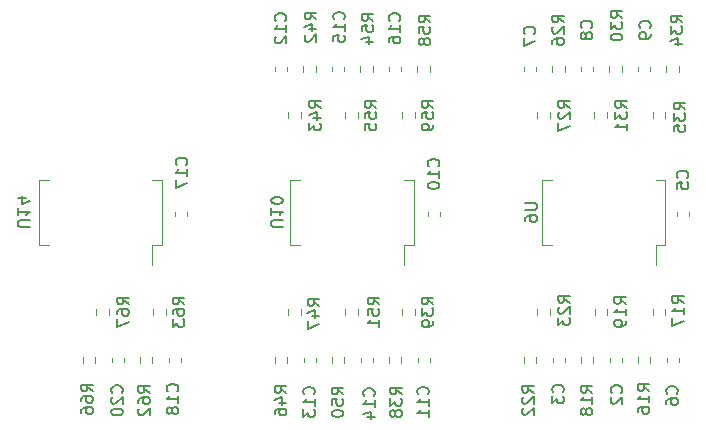
<source format=gbo>
%TF.GenerationSoftware,KiCad,Pcbnew,(5.1.9-0-10_14)*%
%TF.CreationDate,2021-06-23T09:28:56+02:00*%
%TF.ProjectId,MechanicalTheatre,4d656368-616e-4696-9361-6c5468656174,rev?*%
%TF.SameCoordinates,Original*%
%TF.FileFunction,Legend,Bot*%
%TF.FilePolarity,Positive*%
%FSLAX46Y46*%
G04 Gerber Fmt 4.6, Leading zero omitted, Abs format (unit mm)*
G04 Created by KiCad (PCBNEW (5.1.9-0-10_14)) date 2021-06-23 09:28:56*
%MOMM*%
%LPD*%
G01*
G04 APERTURE LIST*
%ADD10C,0.120000*%
%ADD11C,0.150000*%
%ADD12C,2.500000*%
%ADD13C,1.500000*%
%ADD14C,3.250000*%
%ADD15O,1.700000X1.700000*%
%ADD16R,1.700000X1.700000*%
%ADD17C,1.600000*%
%ADD18R,1.600000X1.600000*%
%ADD19C,1.560000*%
%ADD20R,1.560000X1.560000*%
%ADD21C,4.000000*%
%ADD22C,1.800000*%
%ADD23C,2.800000*%
%ADD24R,2.800000X2.800000*%
%ADD25C,2.000000*%
%ADD26R,2.000000X2.000000*%
G04 APERTURE END LIST*
D10*
%TO.C,R18*%
X119873500Y-180866276D02*
X119873500Y-181375724D01*
X120918500Y-180866276D02*
X120918500Y-181375724D01*
%TO.C,R19*%
X121079500Y-176802276D02*
X121079500Y-177311724D01*
X122124500Y-176802276D02*
X122124500Y-177311724D01*
%TO.C,U14*%
X73960000Y-168616000D02*
X73960000Y-165856000D01*
X73960000Y-165856000D02*
X74800000Y-165856000D01*
X73960000Y-168616000D02*
X73960000Y-171376000D01*
X73960000Y-171376000D02*
X74800000Y-171376000D01*
X84380000Y-168616000D02*
X84380000Y-165856000D01*
X84380000Y-165856000D02*
X83540000Y-165856000D01*
X84380000Y-168616000D02*
X84380000Y-171376000D01*
X84380000Y-171376000D02*
X83540000Y-171376000D01*
X83540000Y-171376000D02*
X83540000Y-173066000D01*
%TO.C,U10*%
X95286000Y-168616000D02*
X95286000Y-165856000D01*
X95286000Y-165856000D02*
X96126000Y-165856000D01*
X95286000Y-168616000D02*
X95286000Y-171376000D01*
X95286000Y-171376000D02*
X96126000Y-171376000D01*
X105706000Y-168616000D02*
X105706000Y-165856000D01*
X105706000Y-165856000D02*
X104866000Y-165856000D01*
X105706000Y-168616000D02*
X105706000Y-171376000D01*
X105706000Y-171376000D02*
X104866000Y-171376000D01*
X104866000Y-171376000D02*
X104866000Y-173066000D01*
%TO.C,U6*%
X116611000Y-168616000D02*
X116611000Y-165856000D01*
X116611000Y-165856000D02*
X117451000Y-165856000D01*
X116611000Y-168616000D02*
X116611000Y-171376000D01*
X116611000Y-171376000D02*
X117451000Y-171376000D01*
X127031000Y-168616000D02*
X127031000Y-165856000D01*
X127031000Y-165856000D02*
X126191000Y-165856000D01*
X127031000Y-168616000D02*
X127031000Y-171376000D01*
X127031000Y-171376000D02*
X126191000Y-171376000D01*
X126191000Y-171376000D02*
X126191000Y-173066000D01*
%TO.C,R67*%
X78852500Y-176802276D02*
X78852500Y-177311724D01*
X79897500Y-176802276D02*
X79897500Y-177311724D01*
%TO.C,R66*%
X77709500Y-180866276D02*
X77709500Y-181375724D01*
X78754500Y-180866276D02*
X78754500Y-181375724D01*
%TO.C,R63*%
X83678500Y-176802276D02*
X83678500Y-177311724D01*
X84723500Y-176802276D02*
X84723500Y-177311724D01*
%TO.C,R62*%
X82535500Y-180866276D02*
X82535500Y-181375724D01*
X83580500Y-180866276D02*
X83580500Y-181375724D01*
%TO.C,R59*%
X105805500Y-160674724D02*
X105805500Y-160165276D01*
X104760500Y-160674724D02*
X104760500Y-160165276D01*
%TO.C,R58*%
X107075500Y-156760724D02*
X107075500Y-156251276D01*
X106030500Y-156760724D02*
X106030500Y-156251276D01*
%TO.C,R55*%
X100979500Y-160674724D02*
X100979500Y-160165276D01*
X99934500Y-160674724D02*
X99934500Y-160165276D01*
%TO.C,R54*%
X102249500Y-156760724D02*
X102249500Y-156251276D01*
X101204500Y-156760724D02*
X101204500Y-156251276D01*
%TO.C,R51*%
X100979500Y-177311724D02*
X100979500Y-176802276D01*
X99934500Y-177311724D02*
X99934500Y-176802276D01*
%TO.C,R50*%
X98791500Y-180866276D02*
X98791500Y-181375724D01*
X99836500Y-180866276D02*
X99836500Y-181375724D01*
%TO.C,R47*%
X95108500Y-176802276D02*
X95108500Y-177311724D01*
X96153500Y-176802276D02*
X96153500Y-177311724D01*
%TO.C,R46*%
X93965500Y-180866276D02*
X93965500Y-181375724D01*
X95010500Y-180866276D02*
X95010500Y-181375724D01*
%TO.C,R43*%
X96153500Y-160674724D02*
X96153500Y-160165276D01*
X95108500Y-160674724D02*
X95108500Y-160165276D01*
%TO.C,R42*%
X97423500Y-156760724D02*
X97423500Y-156251276D01*
X96378500Y-156760724D02*
X96378500Y-156251276D01*
%TO.C,R39*%
X104760500Y-176802276D02*
X104760500Y-177311724D01*
X105805500Y-176802276D02*
X105805500Y-177311724D01*
%TO.C,R38*%
X103617500Y-180866276D02*
X103617500Y-181375724D01*
X104662500Y-180866276D02*
X104662500Y-181375724D01*
%TO.C,R35*%
X127014500Y-160674724D02*
X127014500Y-160165276D01*
X125969500Y-160674724D02*
X125969500Y-160165276D01*
%TO.C,R34*%
X128157500Y-156760724D02*
X128157500Y-156251276D01*
X127112500Y-156760724D02*
X127112500Y-156251276D01*
%TO.C,R31*%
X122061500Y-160674724D02*
X122061500Y-160165276D01*
X121016500Y-160674724D02*
X121016500Y-160165276D01*
%TO.C,R30*%
X123331500Y-156760724D02*
X123331500Y-156251276D01*
X122286500Y-156760724D02*
X122286500Y-156251276D01*
%TO.C,R27*%
X117235500Y-160674724D02*
X117235500Y-160165276D01*
X116190500Y-160674724D02*
X116190500Y-160165276D01*
%TO.C,R26*%
X118505500Y-156760724D02*
X118505500Y-156251276D01*
X117460500Y-156760724D02*
X117460500Y-156251276D01*
%TO.C,R23*%
X116190500Y-176802276D02*
X116190500Y-177311724D01*
X117235500Y-176802276D02*
X117235500Y-177311724D01*
%TO.C,R22*%
X115047500Y-180866276D02*
X115047500Y-181375724D01*
X116092500Y-180866276D02*
X116092500Y-181375724D01*
%TO.C,R17*%
X125969500Y-176802276D02*
X125969500Y-177311724D01*
X127014500Y-176802276D02*
X127014500Y-177311724D01*
%TO.C,R16*%
X124699500Y-180866276D02*
X124699500Y-181375724D01*
X125744500Y-180866276D02*
X125744500Y-181375724D01*
%TO.C,C20*%
X80135000Y-180974733D02*
X80135000Y-181267267D01*
X81155000Y-180974733D02*
X81155000Y-181267267D01*
%TO.C,C18*%
X84961000Y-180974733D02*
X84961000Y-181267267D01*
X85981000Y-180974733D02*
X85981000Y-181267267D01*
%TO.C,C17*%
X86489000Y-168922267D02*
X86489000Y-168629733D01*
X85469000Y-168922267D02*
X85469000Y-168629733D01*
%TO.C,C16*%
X104650000Y-156652267D02*
X104650000Y-156359733D01*
X103630000Y-156652267D02*
X103630000Y-156359733D01*
%TO.C,C15*%
X99824000Y-156652267D02*
X99824000Y-156359733D01*
X98804000Y-156652267D02*
X98804000Y-156359733D01*
%TO.C,C14*%
X101217000Y-180974733D02*
X101217000Y-181267267D01*
X102237000Y-180974733D02*
X102237000Y-181267267D01*
%TO.C,C13*%
X96391000Y-180974733D02*
X96391000Y-181267267D01*
X97411000Y-180974733D02*
X97411000Y-181267267D01*
%TO.C,C12*%
X94998000Y-156652267D02*
X94998000Y-156359733D01*
X93978000Y-156652267D02*
X93978000Y-156359733D01*
%TO.C,C11*%
X106043000Y-180974733D02*
X106043000Y-181267267D01*
X107063000Y-180974733D02*
X107063000Y-181267267D01*
%TO.C,C10*%
X107952000Y-168922267D02*
X107952000Y-168629733D01*
X106932000Y-168922267D02*
X106932000Y-168629733D01*
%TO.C,C9*%
X125732000Y-156652267D02*
X125732000Y-156359733D01*
X124712000Y-156652267D02*
X124712000Y-156359733D01*
%TO.C,C8*%
X120906000Y-156652267D02*
X120906000Y-156359733D01*
X119886000Y-156652267D02*
X119886000Y-156359733D01*
%TO.C,C7*%
X116080000Y-156652267D02*
X116080000Y-156359733D01*
X115060000Y-156652267D02*
X115060000Y-156359733D01*
%TO.C,C6*%
X127125000Y-180974733D02*
X127125000Y-181267267D01*
X128145000Y-180974733D02*
X128145000Y-181267267D01*
%TO.C,C5*%
X129034000Y-168922267D02*
X129034000Y-168629733D01*
X128014000Y-168922267D02*
X128014000Y-168629733D01*
%TO.C,C3*%
X117473000Y-180974733D02*
X117473000Y-181267267D01*
X118493000Y-180974733D02*
X118493000Y-181267267D01*
%TO.C,C2*%
X122299000Y-180974733D02*
X122299000Y-181267267D01*
X123319000Y-180974733D02*
X123319000Y-181267267D01*
%TO.C,R18*%
D11*
X120848380Y-183883642D02*
X120372190Y-183550309D01*
X120848380Y-183312214D02*
X119848380Y-183312214D01*
X119848380Y-183693166D01*
X119896000Y-183788404D01*
X119943619Y-183836023D01*
X120038857Y-183883642D01*
X120181714Y-183883642D01*
X120276952Y-183836023D01*
X120324571Y-183788404D01*
X120372190Y-183693166D01*
X120372190Y-183312214D01*
X120848380Y-184836023D02*
X120848380Y-184264595D01*
X120848380Y-184550309D02*
X119848380Y-184550309D01*
X119991238Y-184455071D01*
X120086476Y-184359833D01*
X120134095Y-184264595D01*
X120276952Y-185407452D02*
X120229333Y-185312214D01*
X120181714Y-185264595D01*
X120086476Y-185216976D01*
X120038857Y-185216976D01*
X119943619Y-185264595D01*
X119896000Y-185312214D01*
X119848380Y-185407452D01*
X119848380Y-185597928D01*
X119896000Y-185693166D01*
X119943619Y-185740785D01*
X120038857Y-185788404D01*
X120086476Y-185788404D01*
X120181714Y-185740785D01*
X120229333Y-185693166D01*
X120276952Y-185597928D01*
X120276952Y-185407452D01*
X120324571Y-185312214D01*
X120372190Y-185264595D01*
X120467428Y-185216976D01*
X120657904Y-185216976D01*
X120753142Y-185264595D01*
X120800761Y-185312214D01*
X120848380Y-185407452D01*
X120848380Y-185597928D01*
X120800761Y-185693166D01*
X120753142Y-185740785D01*
X120657904Y-185788404D01*
X120467428Y-185788404D01*
X120372190Y-185740785D01*
X120324571Y-185693166D01*
X120276952Y-185597928D01*
%TO.C,R19*%
X123705380Y-176390642D02*
X123229190Y-176057309D01*
X123705380Y-175819214D02*
X122705380Y-175819214D01*
X122705380Y-176200166D01*
X122753000Y-176295404D01*
X122800619Y-176343023D01*
X122895857Y-176390642D01*
X123038714Y-176390642D01*
X123133952Y-176343023D01*
X123181571Y-176295404D01*
X123229190Y-176200166D01*
X123229190Y-175819214D01*
X123705380Y-177343023D02*
X123705380Y-176771595D01*
X123705380Y-177057309D02*
X122705380Y-177057309D01*
X122848238Y-176962071D01*
X122943476Y-176866833D01*
X122991095Y-176771595D01*
X123705380Y-177819214D02*
X123705380Y-178009690D01*
X123657761Y-178104928D01*
X123610142Y-178152547D01*
X123467285Y-178247785D01*
X123276809Y-178295404D01*
X122895857Y-178295404D01*
X122800619Y-178247785D01*
X122753000Y-178200166D01*
X122705380Y-178104928D01*
X122705380Y-177914452D01*
X122753000Y-177819214D01*
X122800619Y-177771595D01*
X122895857Y-177723976D01*
X123133952Y-177723976D01*
X123229190Y-177771595D01*
X123276809Y-177819214D01*
X123324428Y-177914452D01*
X123324428Y-178104928D01*
X123276809Y-178200166D01*
X123229190Y-178247785D01*
X123133952Y-178295404D01*
%TO.C,U14*%
X73191619Y-169854095D02*
X72382095Y-169854095D01*
X72286857Y-169806476D01*
X72239238Y-169758857D01*
X72191619Y-169663619D01*
X72191619Y-169473142D01*
X72239238Y-169377904D01*
X72286857Y-169330285D01*
X72382095Y-169282666D01*
X73191619Y-169282666D01*
X72191619Y-168282666D02*
X72191619Y-168854095D01*
X72191619Y-168568380D02*
X73191619Y-168568380D01*
X73048761Y-168663619D01*
X72953523Y-168758857D01*
X72905904Y-168854095D01*
X72858285Y-167425523D02*
X72191619Y-167425523D01*
X73239238Y-167663619D02*
X72524952Y-167901714D01*
X72524952Y-167282666D01*
%TO.C,U10*%
X94655119Y-169854095D02*
X93845595Y-169854095D01*
X93750357Y-169806476D01*
X93702738Y-169758857D01*
X93655119Y-169663619D01*
X93655119Y-169473142D01*
X93702738Y-169377904D01*
X93750357Y-169330285D01*
X93845595Y-169282666D01*
X94655119Y-169282666D01*
X93655119Y-168282666D02*
X93655119Y-168854095D01*
X93655119Y-168568380D02*
X94655119Y-168568380D01*
X94512261Y-168663619D01*
X94417023Y-168758857D01*
X94369404Y-168854095D01*
X94655119Y-167663619D02*
X94655119Y-167568380D01*
X94607500Y-167473142D01*
X94559880Y-167425523D01*
X94464642Y-167377904D01*
X94274166Y-167330285D01*
X94036071Y-167330285D01*
X93845595Y-167377904D01*
X93750357Y-167425523D01*
X93702738Y-167473142D01*
X93655119Y-167568380D01*
X93655119Y-167663619D01*
X93702738Y-167758857D01*
X93750357Y-167806476D01*
X93845595Y-167854095D01*
X94036071Y-167901714D01*
X94274166Y-167901714D01*
X94464642Y-167854095D01*
X94559880Y-167806476D01*
X94607500Y-167758857D01*
X94655119Y-167663619D01*
%TO.C,U6*%
X115149380Y-167854095D02*
X115958904Y-167854095D01*
X116054142Y-167901714D01*
X116101761Y-167949333D01*
X116149380Y-168044571D01*
X116149380Y-168235047D01*
X116101761Y-168330285D01*
X116054142Y-168377904D01*
X115958904Y-168425523D01*
X115149380Y-168425523D01*
X115149380Y-169330285D02*
X115149380Y-169139809D01*
X115197000Y-169044571D01*
X115244619Y-168996952D01*
X115387476Y-168901714D01*
X115577952Y-168854095D01*
X115958904Y-168854095D01*
X116054142Y-168901714D01*
X116101761Y-168949333D01*
X116149380Y-169044571D01*
X116149380Y-169235047D01*
X116101761Y-169330285D01*
X116054142Y-169377904D01*
X115958904Y-169425523D01*
X115720809Y-169425523D01*
X115625571Y-169377904D01*
X115577952Y-169330285D01*
X115530333Y-169235047D01*
X115530333Y-169044571D01*
X115577952Y-168949333D01*
X115625571Y-168901714D01*
X115720809Y-168854095D01*
%TO.C,R67*%
X81605380Y-176414142D02*
X81129190Y-176080809D01*
X81605380Y-175842714D02*
X80605380Y-175842714D01*
X80605380Y-176223666D01*
X80653000Y-176318904D01*
X80700619Y-176366523D01*
X80795857Y-176414142D01*
X80938714Y-176414142D01*
X81033952Y-176366523D01*
X81081571Y-176318904D01*
X81129190Y-176223666D01*
X81129190Y-175842714D01*
X80605380Y-177271285D02*
X80605380Y-177080809D01*
X80653000Y-176985571D01*
X80700619Y-176937952D01*
X80843476Y-176842714D01*
X81033952Y-176795095D01*
X81414904Y-176795095D01*
X81510142Y-176842714D01*
X81557761Y-176890333D01*
X81605380Y-176985571D01*
X81605380Y-177176047D01*
X81557761Y-177271285D01*
X81510142Y-177318904D01*
X81414904Y-177366523D01*
X81176809Y-177366523D01*
X81081571Y-177318904D01*
X81033952Y-177271285D01*
X80986333Y-177176047D01*
X80986333Y-176985571D01*
X81033952Y-176890333D01*
X81081571Y-176842714D01*
X81176809Y-176795095D01*
X80605380Y-177699857D02*
X80605380Y-178366523D01*
X81605380Y-177937952D01*
%TO.C,R66*%
X78557380Y-183780142D02*
X78081190Y-183446809D01*
X78557380Y-183208714D02*
X77557380Y-183208714D01*
X77557380Y-183589666D01*
X77605000Y-183684904D01*
X77652619Y-183732523D01*
X77747857Y-183780142D01*
X77890714Y-183780142D01*
X77985952Y-183732523D01*
X78033571Y-183684904D01*
X78081190Y-183589666D01*
X78081190Y-183208714D01*
X77557380Y-184637285D02*
X77557380Y-184446809D01*
X77605000Y-184351571D01*
X77652619Y-184303952D01*
X77795476Y-184208714D01*
X77985952Y-184161095D01*
X78366904Y-184161095D01*
X78462142Y-184208714D01*
X78509761Y-184256333D01*
X78557380Y-184351571D01*
X78557380Y-184542047D01*
X78509761Y-184637285D01*
X78462142Y-184684904D01*
X78366904Y-184732523D01*
X78128809Y-184732523D01*
X78033571Y-184684904D01*
X77985952Y-184637285D01*
X77938333Y-184542047D01*
X77938333Y-184351571D01*
X77985952Y-184256333D01*
X78033571Y-184208714D01*
X78128809Y-184161095D01*
X77557380Y-185589666D02*
X77557380Y-185399190D01*
X77605000Y-185303952D01*
X77652619Y-185256333D01*
X77795476Y-185161095D01*
X77985952Y-185113476D01*
X78366904Y-185113476D01*
X78462142Y-185161095D01*
X78509761Y-185208714D01*
X78557380Y-185303952D01*
X78557380Y-185494428D01*
X78509761Y-185589666D01*
X78462142Y-185637285D01*
X78366904Y-185684904D01*
X78128809Y-185684904D01*
X78033571Y-185637285D01*
X77985952Y-185589666D01*
X77938333Y-185494428D01*
X77938333Y-185303952D01*
X77985952Y-185208714D01*
X78033571Y-185161095D01*
X78128809Y-185113476D01*
%TO.C,R63*%
X86304380Y-176414142D02*
X85828190Y-176080809D01*
X86304380Y-175842714D02*
X85304380Y-175842714D01*
X85304380Y-176223666D01*
X85352000Y-176318904D01*
X85399619Y-176366523D01*
X85494857Y-176414142D01*
X85637714Y-176414142D01*
X85732952Y-176366523D01*
X85780571Y-176318904D01*
X85828190Y-176223666D01*
X85828190Y-175842714D01*
X85304380Y-177271285D02*
X85304380Y-177080809D01*
X85352000Y-176985571D01*
X85399619Y-176937952D01*
X85542476Y-176842714D01*
X85732952Y-176795095D01*
X86113904Y-176795095D01*
X86209142Y-176842714D01*
X86256761Y-176890333D01*
X86304380Y-176985571D01*
X86304380Y-177176047D01*
X86256761Y-177271285D01*
X86209142Y-177318904D01*
X86113904Y-177366523D01*
X85875809Y-177366523D01*
X85780571Y-177318904D01*
X85732952Y-177271285D01*
X85685333Y-177176047D01*
X85685333Y-176985571D01*
X85732952Y-176890333D01*
X85780571Y-176842714D01*
X85875809Y-176795095D01*
X85304380Y-177699857D02*
X85304380Y-178318904D01*
X85685333Y-177985571D01*
X85685333Y-178128428D01*
X85732952Y-178223666D01*
X85780571Y-178271285D01*
X85875809Y-178318904D01*
X86113904Y-178318904D01*
X86209142Y-178271285D01*
X86256761Y-178223666D01*
X86304380Y-178128428D01*
X86304380Y-177842714D01*
X86256761Y-177747476D01*
X86209142Y-177699857D01*
%TO.C,R62*%
X83383380Y-183907142D02*
X82907190Y-183573809D01*
X83383380Y-183335714D02*
X82383380Y-183335714D01*
X82383380Y-183716666D01*
X82431000Y-183811904D01*
X82478619Y-183859523D01*
X82573857Y-183907142D01*
X82716714Y-183907142D01*
X82811952Y-183859523D01*
X82859571Y-183811904D01*
X82907190Y-183716666D01*
X82907190Y-183335714D01*
X82383380Y-184764285D02*
X82383380Y-184573809D01*
X82431000Y-184478571D01*
X82478619Y-184430952D01*
X82621476Y-184335714D01*
X82811952Y-184288095D01*
X83192904Y-184288095D01*
X83288142Y-184335714D01*
X83335761Y-184383333D01*
X83383380Y-184478571D01*
X83383380Y-184669047D01*
X83335761Y-184764285D01*
X83288142Y-184811904D01*
X83192904Y-184859523D01*
X82954809Y-184859523D01*
X82859571Y-184811904D01*
X82811952Y-184764285D01*
X82764333Y-184669047D01*
X82764333Y-184478571D01*
X82811952Y-184383333D01*
X82859571Y-184335714D01*
X82954809Y-184288095D01*
X82478619Y-185240476D02*
X82431000Y-185288095D01*
X82383380Y-185383333D01*
X82383380Y-185621428D01*
X82431000Y-185716666D01*
X82478619Y-185764285D01*
X82573857Y-185811904D01*
X82669095Y-185811904D01*
X82811952Y-185764285D01*
X83383380Y-185192857D01*
X83383380Y-185811904D01*
%TO.C,R59*%
X107386380Y-159777142D02*
X106910190Y-159443809D01*
X107386380Y-159205714D02*
X106386380Y-159205714D01*
X106386380Y-159586666D01*
X106434000Y-159681904D01*
X106481619Y-159729523D01*
X106576857Y-159777142D01*
X106719714Y-159777142D01*
X106814952Y-159729523D01*
X106862571Y-159681904D01*
X106910190Y-159586666D01*
X106910190Y-159205714D01*
X106386380Y-160681904D02*
X106386380Y-160205714D01*
X106862571Y-160158095D01*
X106814952Y-160205714D01*
X106767333Y-160300952D01*
X106767333Y-160539047D01*
X106814952Y-160634285D01*
X106862571Y-160681904D01*
X106957809Y-160729523D01*
X107195904Y-160729523D01*
X107291142Y-160681904D01*
X107338761Y-160634285D01*
X107386380Y-160539047D01*
X107386380Y-160300952D01*
X107338761Y-160205714D01*
X107291142Y-160158095D01*
X107386380Y-161205714D02*
X107386380Y-161396190D01*
X107338761Y-161491428D01*
X107291142Y-161539047D01*
X107148285Y-161634285D01*
X106957809Y-161681904D01*
X106576857Y-161681904D01*
X106481619Y-161634285D01*
X106434000Y-161586666D01*
X106386380Y-161491428D01*
X106386380Y-161300952D01*
X106434000Y-161205714D01*
X106481619Y-161158095D01*
X106576857Y-161110476D01*
X106814952Y-161110476D01*
X106910190Y-161158095D01*
X106957809Y-161205714D01*
X107005428Y-161300952D01*
X107005428Y-161491428D01*
X106957809Y-161586666D01*
X106910190Y-161634285D01*
X106814952Y-161681904D01*
%TO.C,R58*%
X107132380Y-152537642D02*
X106656190Y-152204309D01*
X107132380Y-151966214D02*
X106132380Y-151966214D01*
X106132380Y-152347166D01*
X106180000Y-152442404D01*
X106227619Y-152490023D01*
X106322857Y-152537642D01*
X106465714Y-152537642D01*
X106560952Y-152490023D01*
X106608571Y-152442404D01*
X106656190Y-152347166D01*
X106656190Y-151966214D01*
X106132380Y-153442404D02*
X106132380Y-152966214D01*
X106608571Y-152918595D01*
X106560952Y-152966214D01*
X106513333Y-153061452D01*
X106513333Y-153299547D01*
X106560952Y-153394785D01*
X106608571Y-153442404D01*
X106703809Y-153490023D01*
X106941904Y-153490023D01*
X107037142Y-153442404D01*
X107084761Y-153394785D01*
X107132380Y-153299547D01*
X107132380Y-153061452D01*
X107084761Y-152966214D01*
X107037142Y-152918595D01*
X106560952Y-154061452D02*
X106513333Y-153966214D01*
X106465714Y-153918595D01*
X106370476Y-153870976D01*
X106322857Y-153870976D01*
X106227619Y-153918595D01*
X106180000Y-153966214D01*
X106132380Y-154061452D01*
X106132380Y-154251928D01*
X106180000Y-154347166D01*
X106227619Y-154394785D01*
X106322857Y-154442404D01*
X106370476Y-154442404D01*
X106465714Y-154394785D01*
X106513333Y-154347166D01*
X106560952Y-154251928D01*
X106560952Y-154061452D01*
X106608571Y-153966214D01*
X106656190Y-153918595D01*
X106751428Y-153870976D01*
X106941904Y-153870976D01*
X107037142Y-153918595D01*
X107084761Y-153966214D01*
X107132380Y-154061452D01*
X107132380Y-154251928D01*
X107084761Y-154347166D01*
X107037142Y-154394785D01*
X106941904Y-154442404D01*
X106751428Y-154442404D01*
X106656190Y-154394785D01*
X106608571Y-154347166D01*
X106560952Y-154251928D01*
%TO.C,R55*%
X102560380Y-159777142D02*
X102084190Y-159443809D01*
X102560380Y-159205714D02*
X101560380Y-159205714D01*
X101560380Y-159586666D01*
X101608000Y-159681904D01*
X101655619Y-159729523D01*
X101750857Y-159777142D01*
X101893714Y-159777142D01*
X101988952Y-159729523D01*
X102036571Y-159681904D01*
X102084190Y-159586666D01*
X102084190Y-159205714D01*
X101560380Y-160681904D02*
X101560380Y-160205714D01*
X102036571Y-160158095D01*
X101988952Y-160205714D01*
X101941333Y-160300952D01*
X101941333Y-160539047D01*
X101988952Y-160634285D01*
X102036571Y-160681904D01*
X102131809Y-160729523D01*
X102369904Y-160729523D01*
X102465142Y-160681904D01*
X102512761Y-160634285D01*
X102560380Y-160539047D01*
X102560380Y-160300952D01*
X102512761Y-160205714D01*
X102465142Y-160158095D01*
X101560380Y-161634285D02*
X101560380Y-161158095D01*
X102036571Y-161110476D01*
X101988952Y-161158095D01*
X101941333Y-161253333D01*
X101941333Y-161491428D01*
X101988952Y-161586666D01*
X102036571Y-161634285D01*
X102131809Y-161681904D01*
X102369904Y-161681904D01*
X102465142Y-161634285D01*
X102512761Y-161586666D01*
X102560380Y-161491428D01*
X102560380Y-161253333D01*
X102512761Y-161158095D01*
X102465142Y-161110476D01*
%TO.C,R54*%
X102306380Y-152410642D02*
X101830190Y-152077309D01*
X102306380Y-151839214D02*
X101306380Y-151839214D01*
X101306380Y-152220166D01*
X101354000Y-152315404D01*
X101401619Y-152363023D01*
X101496857Y-152410642D01*
X101639714Y-152410642D01*
X101734952Y-152363023D01*
X101782571Y-152315404D01*
X101830190Y-152220166D01*
X101830190Y-151839214D01*
X101306380Y-153315404D02*
X101306380Y-152839214D01*
X101782571Y-152791595D01*
X101734952Y-152839214D01*
X101687333Y-152934452D01*
X101687333Y-153172547D01*
X101734952Y-153267785D01*
X101782571Y-153315404D01*
X101877809Y-153363023D01*
X102115904Y-153363023D01*
X102211142Y-153315404D01*
X102258761Y-153267785D01*
X102306380Y-153172547D01*
X102306380Y-152934452D01*
X102258761Y-152839214D01*
X102211142Y-152791595D01*
X101639714Y-154220166D02*
X102306380Y-154220166D01*
X101258761Y-153982071D02*
X101973047Y-153743976D01*
X101973047Y-154363023D01*
%TO.C,R51*%
X102814380Y-176414142D02*
X102338190Y-176080809D01*
X102814380Y-175842714D02*
X101814380Y-175842714D01*
X101814380Y-176223666D01*
X101862000Y-176318904D01*
X101909619Y-176366523D01*
X102004857Y-176414142D01*
X102147714Y-176414142D01*
X102242952Y-176366523D01*
X102290571Y-176318904D01*
X102338190Y-176223666D01*
X102338190Y-175842714D01*
X101814380Y-177318904D02*
X101814380Y-176842714D01*
X102290571Y-176795095D01*
X102242952Y-176842714D01*
X102195333Y-176937952D01*
X102195333Y-177176047D01*
X102242952Y-177271285D01*
X102290571Y-177318904D01*
X102385809Y-177366523D01*
X102623904Y-177366523D01*
X102719142Y-177318904D01*
X102766761Y-177271285D01*
X102814380Y-177176047D01*
X102814380Y-176937952D01*
X102766761Y-176842714D01*
X102719142Y-176795095D01*
X102814380Y-178318904D02*
X102814380Y-177747476D01*
X102814380Y-178033190D02*
X101814380Y-178033190D01*
X101957238Y-177937952D01*
X102052476Y-177842714D01*
X102100095Y-177747476D01*
%TO.C,R50*%
X99766380Y-184034142D02*
X99290190Y-183700809D01*
X99766380Y-183462714D02*
X98766380Y-183462714D01*
X98766380Y-183843666D01*
X98814000Y-183938904D01*
X98861619Y-183986523D01*
X98956857Y-184034142D01*
X99099714Y-184034142D01*
X99194952Y-183986523D01*
X99242571Y-183938904D01*
X99290190Y-183843666D01*
X99290190Y-183462714D01*
X98766380Y-184938904D02*
X98766380Y-184462714D01*
X99242571Y-184415095D01*
X99194952Y-184462714D01*
X99147333Y-184557952D01*
X99147333Y-184796047D01*
X99194952Y-184891285D01*
X99242571Y-184938904D01*
X99337809Y-184986523D01*
X99575904Y-184986523D01*
X99671142Y-184938904D01*
X99718761Y-184891285D01*
X99766380Y-184796047D01*
X99766380Y-184557952D01*
X99718761Y-184462714D01*
X99671142Y-184415095D01*
X98766380Y-185605571D02*
X98766380Y-185700809D01*
X98814000Y-185796047D01*
X98861619Y-185843666D01*
X98956857Y-185891285D01*
X99147333Y-185938904D01*
X99385428Y-185938904D01*
X99575904Y-185891285D01*
X99671142Y-185843666D01*
X99718761Y-185796047D01*
X99766380Y-185700809D01*
X99766380Y-185605571D01*
X99718761Y-185510333D01*
X99671142Y-185462714D01*
X99575904Y-185415095D01*
X99385428Y-185367476D01*
X99147333Y-185367476D01*
X98956857Y-185415095D01*
X98861619Y-185462714D01*
X98814000Y-185510333D01*
X98766380Y-185605571D01*
%TO.C,R47*%
X97734380Y-176541142D02*
X97258190Y-176207809D01*
X97734380Y-175969714D02*
X96734380Y-175969714D01*
X96734380Y-176350666D01*
X96782000Y-176445904D01*
X96829619Y-176493523D01*
X96924857Y-176541142D01*
X97067714Y-176541142D01*
X97162952Y-176493523D01*
X97210571Y-176445904D01*
X97258190Y-176350666D01*
X97258190Y-175969714D01*
X97067714Y-177398285D02*
X97734380Y-177398285D01*
X96686761Y-177160190D02*
X97401047Y-176922095D01*
X97401047Y-177541142D01*
X96734380Y-177826857D02*
X96734380Y-178493523D01*
X97734380Y-178064952D01*
%TO.C,R46*%
X94940380Y-183907142D02*
X94464190Y-183573809D01*
X94940380Y-183335714D02*
X93940380Y-183335714D01*
X93940380Y-183716666D01*
X93988000Y-183811904D01*
X94035619Y-183859523D01*
X94130857Y-183907142D01*
X94273714Y-183907142D01*
X94368952Y-183859523D01*
X94416571Y-183811904D01*
X94464190Y-183716666D01*
X94464190Y-183335714D01*
X94273714Y-184764285D02*
X94940380Y-184764285D01*
X93892761Y-184526190D02*
X94607047Y-184288095D01*
X94607047Y-184907142D01*
X93940380Y-185716666D02*
X93940380Y-185526190D01*
X93988000Y-185430952D01*
X94035619Y-185383333D01*
X94178476Y-185288095D01*
X94368952Y-185240476D01*
X94749904Y-185240476D01*
X94845142Y-185288095D01*
X94892761Y-185335714D01*
X94940380Y-185430952D01*
X94940380Y-185621428D01*
X94892761Y-185716666D01*
X94845142Y-185764285D01*
X94749904Y-185811904D01*
X94511809Y-185811904D01*
X94416571Y-185764285D01*
X94368952Y-185716666D01*
X94321333Y-185621428D01*
X94321333Y-185430952D01*
X94368952Y-185335714D01*
X94416571Y-185288095D01*
X94511809Y-185240476D01*
%TO.C,R43*%
X97861380Y-159777142D02*
X97385190Y-159443809D01*
X97861380Y-159205714D02*
X96861380Y-159205714D01*
X96861380Y-159586666D01*
X96909000Y-159681904D01*
X96956619Y-159729523D01*
X97051857Y-159777142D01*
X97194714Y-159777142D01*
X97289952Y-159729523D01*
X97337571Y-159681904D01*
X97385190Y-159586666D01*
X97385190Y-159205714D01*
X97194714Y-160634285D02*
X97861380Y-160634285D01*
X96813761Y-160396190D02*
X97528047Y-160158095D01*
X97528047Y-160777142D01*
X96861380Y-161062857D02*
X96861380Y-161681904D01*
X97242333Y-161348571D01*
X97242333Y-161491428D01*
X97289952Y-161586666D01*
X97337571Y-161634285D01*
X97432809Y-161681904D01*
X97670904Y-161681904D01*
X97766142Y-161634285D01*
X97813761Y-161586666D01*
X97861380Y-161491428D01*
X97861380Y-161205714D01*
X97813761Y-161110476D01*
X97766142Y-161062857D01*
%TO.C,R42*%
X97480380Y-152283642D02*
X97004190Y-151950309D01*
X97480380Y-151712214D02*
X96480380Y-151712214D01*
X96480380Y-152093166D01*
X96528000Y-152188404D01*
X96575619Y-152236023D01*
X96670857Y-152283642D01*
X96813714Y-152283642D01*
X96908952Y-152236023D01*
X96956571Y-152188404D01*
X97004190Y-152093166D01*
X97004190Y-151712214D01*
X96813714Y-153140785D02*
X97480380Y-153140785D01*
X96432761Y-152902690D02*
X97147047Y-152664595D01*
X97147047Y-153283642D01*
X96575619Y-153616976D02*
X96528000Y-153664595D01*
X96480380Y-153759833D01*
X96480380Y-153997928D01*
X96528000Y-154093166D01*
X96575619Y-154140785D01*
X96670857Y-154188404D01*
X96766095Y-154188404D01*
X96908952Y-154140785D01*
X97480380Y-153569357D01*
X97480380Y-154188404D01*
%TO.C,R39*%
X107386380Y-176414142D02*
X106910190Y-176080809D01*
X107386380Y-175842714D02*
X106386380Y-175842714D01*
X106386380Y-176223666D01*
X106434000Y-176318904D01*
X106481619Y-176366523D01*
X106576857Y-176414142D01*
X106719714Y-176414142D01*
X106814952Y-176366523D01*
X106862571Y-176318904D01*
X106910190Y-176223666D01*
X106910190Y-175842714D01*
X106386380Y-176747476D02*
X106386380Y-177366523D01*
X106767333Y-177033190D01*
X106767333Y-177176047D01*
X106814952Y-177271285D01*
X106862571Y-177318904D01*
X106957809Y-177366523D01*
X107195904Y-177366523D01*
X107291142Y-177318904D01*
X107338761Y-177271285D01*
X107386380Y-177176047D01*
X107386380Y-176890333D01*
X107338761Y-176795095D01*
X107291142Y-176747476D01*
X107386380Y-177842714D02*
X107386380Y-178033190D01*
X107338761Y-178128428D01*
X107291142Y-178176047D01*
X107148285Y-178271285D01*
X106957809Y-178318904D01*
X106576857Y-178318904D01*
X106481619Y-178271285D01*
X106434000Y-178223666D01*
X106386380Y-178128428D01*
X106386380Y-177937952D01*
X106434000Y-177842714D01*
X106481619Y-177795095D01*
X106576857Y-177747476D01*
X106814952Y-177747476D01*
X106910190Y-177795095D01*
X106957809Y-177842714D01*
X107005428Y-177937952D01*
X107005428Y-178128428D01*
X106957809Y-178223666D01*
X106910190Y-178271285D01*
X106814952Y-178318904D01*
%TO.C,R38*%
X104719380Y-184034142D02*
X104243190Y-183700809D01*
X104719380Y-183462714D02*
X103719380Y-183462714D01*
X103719380Y-183843666D01*
X103767000Y-183938904D01*
X103814619Y-183986523D01*
X103909857Y-184034142D01*
X104052714Y-184034142D01*
X104147952Y-183986523D01*
X104195571Y-183938904D01*
X104243190Y-183843666D01*
X104243190Y-183462714D01*
X103719380Y-184367476D02*
X103719380Y-184986523D01*
X104100333Y-184653190D01*
X104100333Y-184796047D01*
X104147952Y-184891285D01*
X104195571Y-184938904D01*
X104290809Y-184986523D01*
X104528904Y-184986523D01*
X104624142Y-184938904D01*
X104671761Y-184891285D01*
X104719380Y-184796047D01*
X104719380Y-184510333D01*
X104671761Y-184415095D01*
X104624142Y-184367476D01*
X104147952Y-185557952D02*
X104100333Y-185462714D01*
X104052714Y-185415095D01*
X103957476Y-185367476D01*
X103909857Y-185367476D01*
X103814619Y-185415095D01*
X103767000Y-185462714D01*
X103719380Y-185557952D01*
X103719380Y-185748428D01*
X103767000Y-185843666D01*
X103814619Y-185891285D01*
X103909857Y-185938904D01*
X103957476Y-185938904D01*
X104052714Y-185891285D01*
X104100333Y-185843666D01*
X104147952Y-185748428D01*
X104147952Y-185557952D01*
X104195571Y-185462714D01*
X104243190Y-185415095D01*
X104338428Y-185367476D01*
X104528904Y-185367476D01*
X104624142Y-185415095D01*
X104671761Y-185462714D01*
X104719380Y-185557952D01*
X104719380Y-185748428D01*
X104671761Y-185843666D01*
X104624142Y-185891285D01*
X104528904Y-185938904D01*
X104338428Y-185938904D01*
X104243190Y-185891285D01*
X104195571Y-185843666D01*
X104147952Y-185748428D01*
%TO.C,R35*%
X128722380Y-159904142D02*
X128246190Y-159570809D01*
X128722380Y-159332714D02*
X127722380Y-159332714D01*
X127722380Y-159713666D01*
X127770000Y-159808904D01*
X127817619Y-159856523D01*
X127912857Y-159904142D01*
X128055714Y-159904142D01*
X128150952Y-159856523D01*
X128198571Y-159808904D01*
X128246190Y-159713666D01*
X128246190Y-159332714D01*
X127722380Y-160237476D02*
X127722380Y-160856523D01*
X128103333Y-160523190D01*
X128103333Y-160666047D01*
X128150952Y-160761285D01*
X128198571Y-160808904D01*
X128293809Y-160856523D01*
X128531904Y-160856523D01*
X128627142Y-160808904D01*
X128674761Y-160761285D01*
X128722380Y-160666047D01*
X128722380Y-160380333D01*
X128674761Y-160285095D01*
X128627142Y-160237476D01*
X127722380Y-161761285D02*
X127722380Y-161285095D01*
X128198571Y-161237476D01*
X128150952Y-161285095D01*
X128103333Y-161380333D01*
X128103333Y-161618428D01*
X128150952Y-161713666D01*
X128198571Y-161761285D01*
X128293809Y-161808904D01*
X128531904Y-161808904D01*
X128627142Y-161761285D01*
X128674761Y-161713666D01*
X128722380Y-161618428D01*
X128722380Y-161380333D01*
X128674761Y-161285095D01*
X128627142Y-161237476D01*
%TO.C,R34*%
X128468380Y-152537642D02*
X127992190Y-152204309D01*
X128468380Y-151966214D02*
X127468380Y-151966214D01*
X127468380Y-152347166D01*
X127516000Y-152442404D01*
X127563619Y-152490023D01*
X127658857Y-152537642D01*
X127801714Y-152537642D01*
X127896952Y-152490023D01*
X127944571Y-152442404D01*
X127992190Y-152347166D01*
X127992190Y-151966214D01*
X127468380Y-152870976D02*
X127468380Y-153490023D01*
X127849333Y-153156690D01*
X127849333Y-153299547D01*
X127896952Y-153394785D01*
X127944571Y-153442404D01*
X128039809Y-153490023D01*
X128277904Y-153490023D01*
X128373142Y-153442404D01*
X128420761Y-153394785D01*
X128468380Y-153299547D01*
X128468380Y-153013833D01*
X128420761Y-152918595D01*
X128373142Y-152870976D01*
X127801714Y-154347166D02*
X128468380Y-154347166D01*
X127420761Y-154109071D02*
X128135047Y-153870976D01*
X128135047Y-154490023D01*
%TO.C,R31*%
X123769380Y-159777142D02*
X123293190Y-159443809D01*
X123769380Y-159205714D02*
X122769380Y-159205714D01*
X122769380Y-159586666D01*
X122817000Y-159681904D01*
X122864619Y-159729523D01*
X122959857Y-159777142D01*
X123102714Y-159777142D01*
X123197952Y-159729523D01*
X123245571Y-159681904D01*
X123293190Y-159586666D01*
X123293190Y-159205714D01*
X122769380Y-160110476D02*
X122769380Y-160729523D01*
X123150333Y-160396190D01*
X123150333Y-160539047D01*
X123197952Y-160634285D01*
X123245571Y-160681904D01*
X123340809Y-160729523D01*
X123578904Y-160729523D01*
X123674142Y-160681904D01*
X123721761Y-160634285D01*
X123769380Y-160539047D01*
X123769380Y-160253333D01*
X123721761Y-160158095D01*
X123674142Y-160110476D01*
X123769380Y-161681904D02*
X123769380Y-161110476D01*
X123769380Y-161396190D02*
X122769380Y-161396190D01*
X122912238Y-161300952D01*
X123007476Y-161205714D01*
X123055095Y-161110476D01*
%TO.C,R30*%
X123388380Y-152156642D02*
X122912190Y-151823309D01*
X123388380Y-151585214D02*
X122388380Y-151585214D01*
X122388380Y-151966166D01*
X122436000Y-152061404D01*
X122483619Y-152109023D01*
X122578857Y-152156642D01*
X122721714Y-152156642D01*
X122816952Y-152109023D01*
X122864571Y-152061404D01*
X122912190Y-151966166D01*
X122912190Y-151585214D01*
X122388380Y-152489976D02*
X122388380Y-153109023D01*
X122769333Y-152775690D01*
X122769333Y-152918547D01*
X122816952Y-153013785D01*
X122864571Y-153061404D01*
X122959809Y-153109023D01*
X123197904Y-153109023D01*
X123293142Y-153061404D01*
X123340761Y-153013785D01*
X123388380Y-152918547D01*
X123388380Y-152632833D01*
X123340761Y-152537595D01*
X123293142Y-152489976D01*
X122388380Y-153728071D02*
X122388380Y-153823309D01*
X122436000Y-153918547D01*
X122483619Y-153966166D01*
X122578857Y-154013785D01*
X122769333Y-154061404D01*
X123007428Y-154061404D01*
X123197904Y-154013785D01*
X123293142Y-153966166D01*
X123340761Y-153918547D01*
X123388380Y-153823309D01*
X123388380Y-153728071D01*
X123340761Y-153632833D01*
X123293142Y-153585214D01*
X123197904Y-153537595D01*
X123007428Y-153489976D01*
X122769333Y-153489976D01*
X122578857Y-153537595D01*
X122483619Y-153585214D01*
X122436000Y-153632833D01*
X122388380Y-153728071D01*
%TO.C,R27*%
X118943380Y-159777142D02*
X118467190Y-159443809D01*
X118943380Y-159205714D02*
X117943380Y-159205714D01*
X117943380Y-159586666D01*
X117991000Y-159681904D01*
X118038619Y-159729523D01*
X118133857Y-159777142D01*
X118276714Y-159777142D01*
X118371952Y-159729523D01*
X118419571Y-159681904D01*
X118467190Y-159586666D01*
X118467190Y-159205714D01*
X118038619Y-160158095D02*
X117991000Y-160205714D01*
X117943380Y-160300952D01*
X117943380Y-160539047D01*
X117991000Y-160634285D01*
X118038619Y-160681904D01*
X118133857Y-160729523D01*
X118229095Y-160729523D01*
X118371952Y-160681904D01*
X118943380Y-160110476D01*
X118943380Y-160729523D01*
X117943380Y-161062857D02*
X117943380Y-161729523D01*
X118943380Y-161300952D01*
%TO.C,R26*%
X118435380Y-152537642D02*
X117959190Y-152204309D01*
X118435380Y-151966214D02*
X117435380Y-151966214D01*
X117435380Y-152347166D01*
X117483000Y-152442404D01*
X117530619Y-152490023D01*
X117625857Y-152537642D01*
X117768714Y-152537642D01*
X117863952Y-152490023D01*
X117911571Y-152442404D01*
X117959190Y-152347166D01*
X117959190Y-151966214D01*
X117530619Y-152918595D02*
X117483000Y-152966214D01*
X117435380Y-153061452D01*
X117435380Y-153299547D01*
X117483000Y-153394785D01*
X117530619Y-153442404D01*
X117625857Y-153490023D01*
X117721095Y-153490023D01*
X117863952Y-153442404D01*
X118435380Y-152870976D01*
X118435380Y-153490023D01*
X117435380Y-154347166D02*
X117435380Y-154156690D01*
X117483000Y-154061452D01*
X117530619Y-154013833D01*
X117673476Y-153918595D01*
X117863952Y-153870976D01*
X118244904Y-153870976D01*
X118340142Y-153918595D01*
X118387761Y-153966214D01*
X118435380Y-154061452D01*
X118435380Y-154251928D01*
X118387761Y-154347166D01*
X118340142Y-154394785D01*
X118244904Y-154442404D01*
X118006809Y-154442404D01*
X117911571Y-154394785D01*
X117863952Y-154347166D01*
X117816333Y-154251928D01*
X117816333Y-154061452D01*
X117863952Y-153966214D01*
X117911571Y-153918595D01*
X118006809Y-153870976D01*
%TO.C,R23*%
X118943380Y-176263642D02*
X118467190Y-175930309D01*
X118943380Y-175692214D02*
X117943380Y-175692214D01*
X117943380Y-176073166D01*
X117991000Y-176168404D01*
X118038619Y-176216023D01*
X118133857Y-176263642D01*
X118276714Y-176263642D01*
X118371952Y-176216023D01*
X118419571Y-176168404D01*
X118467190Y-176073166D01*
X118467190Y-175692214D01*
X118038619Y-176644595D02*
X117991000Y-176692214D01*
X117943380Y-176787452D01*
X117943380Y-177025547D01*
X117991000Y-177120785D01*
X118038619Y-177168404D01*
X118133857Y-177216023D01*
X118229095Y-177216023D01*
X118371952Y-177168404D01*
X118943380Y-176596976D01*
X118943380Y-177216023D01*
X117943380Y-177549357D02*
X117943380Y-178168404D01*
X118324333Y-177835071D01*
X118324333Y-177977928D01*
X118371952Y-178073166D01*
X118419571Y-178120785D01*
X118514809Y-178168404D01*
X118752904Y-178168404D01*
X118848142Y-178120785D01*
X118895761Y-178073166D01*
X118943380Y-177977928D01*
X118943380Y-177692214D01*
X118895761Y-177596976D01*
X118848142Y-177549357D01*
%TO.C,R22*%
X115895380Y-183883642D02*
X115419190Y-183550309D01*
X115895380Y-183312214D02*
X114895380Y-183312214D01*
X114895380Y-183693166D01*
X114943000Y-183788404D01*
X114990619Y-183836023D01*
X115085857Y-183883642D01*
X115228714Y-183883642D01*
X115323952Y-183836023D01*
X115371571Y-183788404D01*
X115419190Y-183693166D01*
X115419190Y-183312214D01*
X114990619Y-184264595D02*
X114943000Y-184312214D01*
X114895380Y-184407452D01*
X114895380Y-184645547D01*
X114943000Y-184740785D01*
X114990619Y-184788404D01*
X115085857Y-184836023D01*
X115181095Y-184836023D01*
X115323952Y-184788404D01*
X115895380Y-184216976D01*
X115895380Y-184836023D01*
X114990619Y-185216976D02*
X114943000Y-185264595D01*
X114895380Y-185359833D01*
X114895380Y-185597928D01*
X114943000Y-185693166D01*
X114990619Y-185740785D01*
X115085857Y-185788404D01*
X115181095Y-185788404D01*
X115323952Y-185740785D01*
X115895380Y-185169357D01*
X115895380Y-185788404D01*
%TO.C,R17*%
X128595380Y-176310642D02*
X128119190Y-175977309D01*
X128595380Y-175739214D02*
X127595380Y-175739214D01*
X127595380Y-176120166D01*
X127643000Y-176215404D01*
X127690619Y-176263023D01*
X127785857Y-176310642D01*
X127928714Y-176310642D01*
X128023952Y-176263023D01*
X128071571Y-176215404D01*
X128119190Y-176120166D01*
X128119190Y-175739214D01*
X128595380Y-177263023D02*
X128595380Y-176691595D01*
X128595380Y-176977309D02*
X127595380Y-176977309D01*
X127738238Y-176882071D01*
X127833476Y-176786833D01*
X127881095Y-176691595D01*
X127595380Y-177596357D02*
X127595380Y-178263023D01*
X128595380Y-177834452D01*
%TO.C,R16*%
X125674380Y-183756642D02*
X125198190Y-183423309D01*
X125674380Y-183185214D02*
X124674380Y-183185214D01*
X124674380Y-183566166D01*
X124722000Y-183661404D01*
X124769619Y-183709023D01*
X124864857Y-183756642D01*
X125007714Y-183756642D01*
X125102952Y-183709023D01*
X125150571Y-183661404D01*
X125198190Y-183566166D01*
X125198190Y-183185214D01*
X125674380Y-184709023D02*
X125674380Y-184137595D01*
X125674380Y-184423309D02*
X124674380Y-184423309D01*
X124817238Y-184328071D01*
X124912476Y-184232833D01*
X124960095Y-184137595D01*
X124674380Y-185566166D02*
X124674380Y-185375690D01*
X124722000Y-185280452D01*
X124769619Y-185232833D01*
X124912476Y-185137595D01*
X125102952Y-185089976D01*
X125483904Y-185089976D01*
X125579142Y-185137595D01*
X125626761Y-185185214D01*
X125674380Y-185280452D01*
X125674380Y-185470928D01*
X125626761Y-185566166D01*
X125579142Y-185613785D01*
X125483904Y-185661404D01*
X125245809Y-185661404D01*
X125150571Y-185613785D01*
X125102952Y-185566166D01*
X125055333Y-185470928D01*
X125055333Y-185280452D01*
X125102952Y-185185214D01*
X125150571Y-185137595D01*
X125245809Y-185089976D01*
%TO.C,C20*%
X81002142Y-183907142D02*
X81049761Y-183859523D01*
X81097380Y-183716666D01*
X81097380Y-183621428D01*
X81049761Y-183478571D01*
X80954523Y-183383333D01*
X80859285Y-183335714D01*
X80668809Y-183288095D01*
X80525952Y-183288095D01*
X80335476Y-183335714D01*
X80240238Y-183383333D01*
X80145000Y-183478571D01*
X80097380Y-183621428D01*
X80097380Y-183716666D01*
X80145000Y-183859523D01*
X80192619Y-183907142D01*
X80192619Y-184288095D02*
X80145000Y-184335714D01*
X80097380Y-184430952D01*
X80097380Y-184669047D01*
X80145000Y-184764285D01*
X80192619Y-184811904D01*
X80287857Y-184859523D01*
X80383095Y-184859523D01*
X80525952Y-184811904D01*
X81097380Y-184240476D01*
X81097380Y-184859523D01*
X80097380Y-185478571D02*
X80097380Y-185573809D01*
X80145000Y-185669047D01*
X80192619Y-185716666D01*
X80287857Y-185764285D01*
X80478333Y-185811904D01*
X80716428Y-185811904D01*
X80906904Y-185764285D01*
X81002142Y-185716666D01*
X81049761Y-185669047D01*
X81097380Y-185573809D01*
X81097380Y-185478571D01*
X81049761Y-185383333D01*
X81002142Y-185335714D01*
X80906904Y-185288095D01*
X80716428Y-185240476D01*
X80478333Y-185240476D01*
X80287857Y-185288095D01*
X80192619Y-185335714D01*
X80145000Y-185383333D01*
X80097380Y-185478571D01*
%TO.C,C18*%
X85701142Y-183780142D02*
X85748761Y-183732523D01*
X85796380Y-183589666D01*
X85796380Y-183494428D01*
X85748761Y-183351571D01*
X85653523Y-183256333D01*
X85558285Y-183208714D01*
X85367809Y-183161095D01*
X85224952Y-183161095D01*
X85034476Y-183208714D01*
X84939238Y-183256333D01*
X84844000Y-183351571D01*
X84796380Y-183494428D01*
X84796380Y-183589666D01*
X84844000Y-183732523D01*
X84891619Y-183780142D01*
X85796380Y-184732523D02*
X85796380Y-184161095D01*
X85796380Y-184446809D02*
X84796380Y-184446809D01*
X84939238Y-184351571D01*
X85034476Y-184256333D01*
X85082095Y-184161095D01*
X85224952Y-185303952D02*
X85177333Y-185208714D01*
X85129714Y-185161095D01*
X85034476Y-185113476D01*
X84986857Y-185113476D01*
X84891619Y-185161095D01*
X84844000Y-185208714D01*
X84796380Y-185303952D01*
X84796380Y-185494428D01*
X84844000Y-185589666D01*
X84891619Y-185637285D01*
X84986857Y-185684904D01*
X85034476Y-185684904D01*
X85129714Y-185637285D01*
X85177333Y-185589666D01*
X85224952Y-185494428D01*
X85224952Y-185303952D01*
X85272571Y-185208714D01*
X85320190Y-185161095D01*
X85415428Y-185113476D01*
X85605904Y-185113476D01*
X85701142Y-185161095D01*
X85748761Y-185208714D01*
X85796380Y-185303952D01*
X85796380Y-185494428D01*
X85748761Y-185589666D01*
X85701142Y-185637285D01*
X85605904Y-185684904D01*
X85415428Y-185684904D01*
X85320190Y-185637285D01*
X85272571Y-185589666D01*
X85224952Y-185494428D01*
%TO.C,C17*%
X86463142Y-164603642D02*
X86510761Y-164556023D01*
X86558380Y-164413166D01*
X86558380Y-164317928D01*
X86510761Y-164175071D01*
X86415523Y-164079833D01*
X86320285Y-164032214D01*
X86129809Y-163984595D01*
X85986952Y-163984595D01*
X85796476Y-164032214D01*
X85701238Y-164079833D01*
X85606000Y-164175071D01*
X85558380Y-164317928D01*
X85558380Y-164413166D01*
X85606000Y-164556023D01*
X85653619Y-164603642D01*
X86558380Y-165556023D02*
X86558380Y-164984595D01*
X86558380Y-165270309D02*
X85558380Y-165270309D01*
X85701238Y-165175071D01*
X85796476Y-165079833D01*
X85844095Y-164984595D01*
X85558380Y-165889357D02*
X85558380Y-166556023D01*
X86558380Y-166127452D01*
%TO.C,C16*%
X104497142Y-152410642D02*
X104544761Y-152363023D01*
X104592380Y-152220166D01*
X104592380Y-152124928D01*
X104544761Y-151982071D01*
X104449523Y-151886833D01*
X104354285Y-151839214D01*
X104163809Y-151791595D01*
X104020952Y-151791595D01*
X103830476Y-151839214D01*
X103735238Y-151886833D01*
X103640000Y-151982071D01*
X103592380Y-152124928D01*
X103592380Y-152220166D01*
X103640000Y-152363023D01*
X103687619Y-152410642D01*
X104592380Y-153363023D02*
X104592380Y-152791595D01*
X104592380Y-153077309D02*
X103592380Y-153077309D01*
X103735238Y-152982071D01*
X103830476Y-152886833D01*
X103878095Y-152791595D01*
X103592380Y-154220166D02*
X103592380Y-154029690D01*
X103640000Y-153934452D01*
X103687619Y-153886833D01*
X103830476Y-153791595D01*
X104020952Y-153743976D01*
X104401904Y-153743976D01*
X104497142Y-153791595D01*
X104544761Y-153839214D01*
X104592380Y-153934452D01*
X104592380Y-154124928D01*
X104544761Y-154220166D01*
X104497142Y-154267785D01*
X104401904Y-154315404D01*
X104163809Y-154315404D01*
X104068571Y-154267785D01*
X104020952Y-154220166D01*
X103973333Y-154124928D01*
X103973333Y-153934452D01*
X104020952Y-153839214D01*
X104068571Y-153791595D01*
X104163809Y-153743976D01*
%TO.C,C15*%
X99798142Y-152283642D02*
X99845761Y-152236023D01*
X99893380Y-152093166D01*
X99893380Y-151997928D01*
X99845761Y-151855071D01*
X99750523Y-151759833D01*
X99655285Y-151712214D01*
X99464809Y-151664595D01*
X99321952Y-151664595D01*
X99131476Y-151712214D01*
X99036238Y-151759833D01*
X98941000Y-151855071D01*
X98893380Y-151997928D01*
X98893380Y-152093166D01*
X98941000Y-152236023D01*
X98988619Y-152283642D01*
X99893380Y-153236023D02*
X99893380Y-152664595D01*
X99893380Y-152950309D02*
X98893380Y-152950309D01*
X99036238Y-152855071D01*
X99131476Y-152759833D01*
X99179095Y-152664595D01*
X98893380Y-154140785D02*
X98893380Y-153664595D01*
X99369571Y-153616976D01*
X99321952Y-153664595D01*
X99274333Y-153759833D01*
X99274333Y-153997928D01*
X99321952Y-154093166D01*
X99369571Y-154140785D01*
X99464809Y-154188404D01*
X99702904Y-154188404D01*
X99798142Y-154140785D01*
X99845761Y-154093166D01*
X99893380Y-153997928D01*
X99893380Y-153759833D01*
X99845761Y-153664595D01*
X99798142Y-153616976D01*
%TO.C,C14*%
X102338142Y-184161142D02*
X102385761Y-184113523D01*
X102433380Y-183970666D01*
X102433380Y-183875428D01*
X102385761Y-183732571D01*
X102290523Y-183637333D01*
X102195285Y-183589714D01*
X102004809Y-183542095D01*
X101861952Y-183542095D01*
X101671476Y-183589714D01*
X101576238Y-183637333D01*
X101481000Y-183732571D01*
X101433380Y-183875428D01*
X101433380Y-183970666D01*
X101481000Y-184113523D01*
X101528619Y-184161142D01*
X102433380Y-185113523D02*
X102433380Y-184542095D01*
X102433380Y-184827809D02*
X101433380Y-184827809D01*
X101576238Y-184732571D01*
X101671476Y-184637333D01*
X101719095Y-184542095D01*
X101766714Y-185970666D02*
X102433380Y-185970666D01*
X101385761Y-185732571D02*
X102100047Y-185494476D01*
X102100047Y-186113523D01*
%TO.C,C13*%
X97258142Y-184034142D02*
X97305761Y-183986523D01*
X97353380Y-183843666D01*
X97353380Y-183748428D01*
X97305761Y-183605571D01*
X97210523Y-183510333D01*
X97115285Y-183462714D01*
X96924809Y-183415095D01*
X96781952Y-183415095D01*
X96591476Y-183462714D01*
X96496238Y-183510333D01*
X96401000Y-183605571D01*
X96353380Y-183748428D01*
X96353380Y-183843666D01*
X96401000Y-183986523D01*
X96448619Y-184034142D01*
X97353380Y-184986523D02*
X97353380Y-184415095D01*
X97353380Y-184700809D02*
X96353380Y-184700809D01*
X96496238Y-184605571D01*
X96591476Y-184510333D01*
X96639095Y-184415095D01*
X96353380Y-185319857D02*
X96353380Y-185938904D01*
X96734333Y-185605571D01*
X96734333Y-185748428D01*
X96781952Y-185843666D01*
X96829571Y-185891285D01*
X96924809Y-185938904D01*
X97162904Y-185938904D01*
X97258142Y-185891285D01*
X97305761Y-185843666D01*
X97353380Y-185748428D01*
X97353380Y-185462714D01*
X97305761Y-185367476D01*
X97258142Y-185319857D01*
%TO.C,C12*%
X94845142Y-152410642D02*
X94892761Y-152363023D01*
X94940380Y-152220166D01*
X94940380Y-152124928D01*
X94892761Y-151982071D01*
X94797523Y-151886833D01*
X94702285Y-151839214D01*
X94511809Y-151791595D01*
X94368952Y-151791595D01*
X94178476Y-151839214D01*
X94083238Y-151886833D01*
X93988000Y-151982071D01*
X93940380Y-152124928D01*
X93940380Y-152220166D01*
X93988000Y-152363023D01*
X94035619Y-152410642D01*
X94940380Y-153363023D02*
X94940380Y-152791595D01*
X94940380Y-153077309D02*
X93940380Y-153077309D01*
X94083238Y-152982071D01*
X94178476Y-152886833D01*
X94226095Y-152791595D01*
X94035619Y-153743976D02*
X93988000Y-153791595D01*
X93940380Y-153886833D01*
X93940380Y-154124928D01*
X93988000Y-154220166D01*
X94035619Y-154267785D01*
X94130857Y-154315404D01*
X94226095Y-154315404D01*
X94368952Y-154267785D01*
X94940380Y-153696357D01*
X94940380Y-154315404D01*
%TO.C,C11*%
X106910142Y-184034142D02*
X106957761Y-183986523D01*
X107005380Y-183843666D01*
X107005380Y-183748428D01*
X106957761Y-183605571D01*
X106862523Y-183510333D01*
X106767285Y-183462714D01*
X106576809Y-183415095D01*
X106433952Y-183415095D01*
X106243476Y-183462714D01*
X106148238Y-183510333D01*
X106053000Y-183605571D01*
X106005380Y-183748428D01*
X106005380Y-183843666D01*
X106053000Y-183986523D01*
X106100619Y-184034142D01*
X107005380Y-184986523D02*
X107005380Y-184415095D01*
X107005380Y-184700809D02*
X106005380Y-184700809D01*
X106148238Y-184605571D01*
X106243476Y-184510333D01*
X106291095Y-184415095D01*
X107005380Y-185938904D02*
X107005380Y-185367476D01*
X107005380Y-185653190D02*
X106005380Y-185653190D01*
X106148238Y-185557952D01*
X106243476Y-185462714D01*
X106291095Y-185367476D01*
%TO.C,C10*%
X107799142Y-164730642D02*
X107846761Y-164683023D01*
X107894380Y-164540166D01*
X107894380Y-164444928D01*
X107846761Y-164302071D01*
X107751523Y-164206833D01*
X107656285Y-164159214D01*
X107465809Y-164111595D01*
X107322952Y-164111595D01*
X107132476Y-164159214D01*
X107037238Y-164206833D01*
X106942000Y-164302071D01*
X106894380Y-164444928D01*
X106894380Y-164540166D01*
X106942000Y-164683023D01*
X106989619Y-164730642D01*
X107894380Y-165683023D02*
X107894380Y-165111595D01*
X107894380Y-165397309D02*
X106894380Y-165397309D01*
X107037238Y-165302071D01*
X107132476Y-165206833D01*
X107180095Y-165111595D01*
X106894380Y-166302071D02*
X106894380Y-166397309D01*
X106942000Y-166492547D01*
X106989619Y-166540166D01*
X107084857Y-166587785D01*
X107275333Y-166635404D01*
X107513428Y-166635404D01*
X107703904Y-166587785D01*
X107799142Y-166540166D01*
X107846761Y-166492547D01*
X107894380Y-166397309D01*
X107894380Y-166302071D01*
X107846761Y-166206833D01*
X107799142Y-166159214D01*
X107703904Y-166111595D01*
X107513428Y-166063976D01*
X107275333Y-166063976D01*
X107084857Y-166111595D01*
X106989619Y-166159214D01*
X106942000Y-166206833D01*
X106894380Y-166302071D01*
%TO.C,C9*%
X125706142Y-153013833D02*
X125753761Y-152966214D01*
X125801380Y-152823357D01*
X125801380Y-152728119D01*
X125753761Y-152585261D01*
X125658523Y-152490023D01*
X125563285Y-152442404D01*
X125372809Y-152394785D01*
X125229952Y-152394785D01*
X125039476Y-152442404D01*
X124944238Y-152490023D01*
X124849000Y-152585261D01*
X124801380Y-152728119D01*
X124801380Y-152823357D01*
X124849000Y-152966214D01*
X124896619Y-153013833D01*
X125801380Y-153490023D02*
X125801380Y-153680500D01*
X125753761Y-153775738D01*
X125706142Y-153823357D01*
X125563285Y-153918595D01*
X125372809Y-153966214D01*
X124991857Y-153966214D01*
X124896619Y-153918595D01*
X124849000Y-153870976D01*
X124801380Y-153775738D01*
X124801380Y-153585261D01*
X124849000Y-153490023D01*
X124896619Y-153442404D01*
X124991857Y-153394785D01*
X125229952Y-153394785D01*
X125325190Y-153442404D01*
X125372809Y-153490023D01*
X125420428Y-153585261D01*
X125420428Y-153775738D01*
X125372809Y-153870976D01*
X125325190Y-153918595D01*
X125229952Y-153966214D01*
%TO.C,C8*%
X120753142Y-153013833D02*
X120800761Y-152966214D01*
X120848380Y-152823357D01*
X120848380Y-152728119D01*
X120800761Y-152585261D01*
X120705523Y-152490023D01*
X120610285Y-152442404D01*
X120419809Y-152394785D01*
X120276952Y-152394785D01*
X120086476Y-152442404D01*
X119991238Y-152490023D01*
X119896000Y-152585261D01*
X119848380Y-152728119D01*
X119848380Y-152823357D01*
X119896000Y-152966214D01*
X119943619Y-153013833D01*
X120276952Y-153585261D02*
X120229333Y-153490023D01*
X120181714Y-153442404D01*
X120086476Y-153394785D01*
X120038857Y-153394785D01*
X119943619Y-153442404D01*
X119896000Y-153490023D01*
X119848380Y-153585261D01*
X119848380Y-153775738D01*
X119896000Y-153870976D01*
X119943619Y-153918595D01*
X120038857Y-153966214D01*
X120086476Y-153966214D01*
X120181714Y-153918595D01*
X120229333Y-153870976D01*
X120276952Y-153775738D01*
X120276952Y-153585261D01*
X120324571Y-153490023D01*
X120372190Y-153442404D01*
X120467428Y-153394785D01*
X120657904Y-153394785D01*
X120753142Y-153442404D01*
X120800761Y-153490023D01*
X120848380Y-153585261D01*
X120848380Y-153775738D01*
X120800761Y-153870976D01*
X120753142Y-153918595D01*
X120657904Y-153966214D01*
X120467428Y-153966214D01*
X120372190Y-153918595D01*
X120324571Y-153870976D01*
X120276952Y-153775738D01*
%TO.C,C7*%
X115927142Y-153521833D02*
X115974761Y-153474214D01*
X116022380Y-153331357D01*
X116022380Y-153236119D01*
X115974761Y-153093261D01*
X115879523Y-152998023D01*
X115784285Y-152950404D01*
X115593809Y-152902785D01*
X115450952Y-152902785D01*
X115260476Y-152950404D01*
X115165238Y-152998023D01*
X115070000Y-153093261D01*
X115022380Y-153236119D01*
X115022380Y-153331357D01*
X115070000Y-153474214D01*
X115117619Y-153521833D01*
X115022380Y-153855166D02*
X115022380Y-154521833D01*
X116022380Y-154093261D01*
%TO.C,C6*%
X127992142Y-183975833D02*
X128039761Y-183928214D01*
X128087380Y-183785357D01*
X128087380Y-183690119D01*
X128039761Y-183547261D01*
X127944523Y-183452023D01*
X127849285Y-183404404D01*
X127658809Y-183356785D01*
X127515952Y-183356785D01*
X127325476Y-183404404D01*
X127230238Y-183452023D01*
X127135000Y-183547261D01*
X127087380Y-183690119D01*
X127087380Y-183785357D01*
X127135000Y-183928214D01*
X127182619Y-183975833D01*
X127087380Y-184832976D02*
X127087380Y-184642500D01*
X127135000Y-184547261D01*
X127182619Y-184499642D01*
X127325476Y-184404404D01*
X127515952Y-184356785D01*
X127896904Y-184356785D01*
X127992142Y-184404404D01*
X128039761Y-184452023D01*
X128087380Y-184547261D01*
X128087380Y-184737738D01*
X128039761Y-184832976D01*
X127992142Y-184880595D01*
X127896904Y-184928214D01*
X127658809Y-184928214D01*
X127563571Y-184880595D01*
X127515952Y-184832976D01*
X127468333Y-184737738D01*
X127468333Y-184547261D01*
X127515952Y-184452023D01*
X127563571Y-184404404D01*
X127658809Y-184356785D01*
%TO.C,C5*%
X128881142Y-165714833D02*
X128928761Y-165667214D01*
X128976380Y-165524357D01*
X128976380Y-165429119D01*
X128928761Y-165286261D01*
X128833523Y-165191023D01*
X128738285Y-165143404D01*
X128547809Y-165095785D01*
X128404952Y-165095785D01*
X128214476Y-165143404D01*
X128119238Y-165191023D01*
X128024000Y-165286261D01*
X127976380Y-165429119D01*
X127976380Y-165524357D01*
X128024000Y-165667214D01*
X128071619Y-165714833D01*
X127976380Y-166619595D02*
X127976380Y-166143404D01*
X128452571Y-166095785D01*
X128404952Y-166143404D01*
X128357333Y-166238642D01*
X128357333Y-166476738D01*
X128404952Y-166571976D01*
X128452571Y-166619595D01*
X128547809Y-166667214D01*
X128785904Y-166667214D01*
X128881142Y-166619595D01*
X128928761Y-166571976D01*
X128976380Y-166476738D01*
X128976380Y-166238642D01*
X128928761Y-166143404D01*
X128881142Y-166095785D01*
%TO.C,C3*%
X118340142Y-183848833D02*
X118387761Y-183801214D01*
X118435380Y-183658357D01*
X118435380Y-183563119D01*
X118387761Y-183420261D01*
X118292523Y-183325023D01*
X118197285Y-183277404D01*
X118006809Y-183229785D01*
X117863952Y-183229785D01*
X117673476Y-183277404D01*
X117578238Y-183325023D01*
X117483000Y-183420261D01*
X117435380Y-183563119D01*
X117435380Y-183658357D01*
X117483000Y-183801214D01*
X117530619Y-183848833D01*
X117435380Y-184182166D02*
X117435380Y-184801214D01*
X117816333Y-184467880D01*
X117816333Y-184610738D01*
X117863952Y-184705976D01*
X117911571Y-184753595D01*
X118006809Y-184801214D01*
X118244904Y-184801214D01*
X118340142Y-184753595D01*
X118387761Y-184705976D01*
X118435380Y-184610738D01*
X118435380Y-184325023D01*
X118387761Y-184229785D01*
X118340142Y-184182166D01*
%TO.C,C2*%
X123293142Y-183901833D02*
X123340761Y-183854214D01*
X123388380Y-183711357D01*
X123388380Y-183616119D01*
X123340761Y-183473261D01*
X123245523Y-183378023D01*
X123150285Y-183330404D01*
X122959809Y-183282785D01*
X122816952Y-183282785D01*
X122626476Y-183330404D01*
X122531238Y-183378023D01*
X122436000Y-183473261D01*
X122388380Y-183616119D01*
X122388380Y-183711357D01*
X122436000Y-183854214D01*
X122483619Y-183901833D01*
X122483619Y-184282785D02*
X122436000Y-184330404D01*
X122388380Y-184425642D01*
X122388380Y-184663738D01*
X122436000Y-184758976D01*
X122483619Y-184806595D01*
X122578857Y-184854214D01*
X122674095Y-184854214D01*
X122816952Y-184806595D01*
X123388380Y-184235166D01*
X123388380Y-184854214D01*
%TD*%
%LPC*%
D12*
%TO.C,J12*%
X163460000Y-219570000D03*
X104540000Y-219570000D03*
X104540000Y-199540000D03*
X163460000Y-203600000D03*
X105205000Y-205850000D03*
D13*
X159390000Y-199540000D03*
X158130000Y-202080000D03*
X156850000Y-199540000D03*
X155590000Y-202080000D03*
X154310000Y-199540000D03*
X153050000Y-202080000D03*
X151770000Y-199540000D03*
G36*
G01*
X149760000Y-202579500D02*
X149760000Y-201580500D01*
G75*
G02*
X150010500Y-201330000I250500J0D01*
G01*
X151009500Y-201330000D01*
G75*
G02*
X151260000Y-201580500I0J-250500D01*
G01*
X151260000Y-202579500D01*
G75*
G02*
X151009500Y-202830000I-250500J0D01*
G01*
X150010500Y-202830000D01*
G75*
G02*
X149760000Y-202579500I0J250500D01*
G01*
G37*
X111140000Y-202080000D03*
G36*
G01*
X107850000Y-202579500D02*
X107850000Y-201580500D01*
G75*
G02*
X108100500Y-201330000I250500J0D01*
G01*
X109099500Y-201330000D01*
G75*
G02*
X109350000Y-201580500I0J-250500D01*
G01*
X109350000Y-202579500D01*
G75*
G02*
X109099500Y-202830000I-250500J0D01*
G01*
X108100500Y-202830000D01*
G75*
G02*
X107850000Y-202579500I0J250500D01*
G01*
G37*
X112400000Y-199540000D03*
X117480000Y-199540000D03*
X109860000Y-199540000D03*
X113680000Y-202080000D03*
X114940000Y-199540000D03*
X116220000Y-202080000D03*
X123830000Y-199540000D03*
X131450000Y-199540000D03*
X126370000Y-199540000D03*
G36*
G01*
X121820000Y-202579500D02*
X121820000Y-201580500D01*
G75*
G02*
X122070500Y-201330000I250500J0D01*
G01*
X123069500Y-201330000D01*
G75*
G02*
X123320000Y-201580500I0J-250500D01*
G01*
X123320000Y-202579500D01*
G75*
G02*
X123069500Y-202830000I-250500J0D01*
G01*
X122070500Y-202830000D01*
G75*
G02*
X121820000Y-202579500I0J250500D01*
G01*
G37*
X125110000Y-202080000D03*
X130190000Y-202080000D03*
X128910000Y-199540000D03*
X127650000Y-202080000D03*
X137800000Y-199540000D03*
X145420000Y-199540000D03*
X140340000Y-199540000D03*
G36*
G01*
X135790000Y-202579500D02*
X135790000Y-201580500D01*
G75*
G02*
X136040500Y-201330000I250500J0D01*
G01*
X137039500Y-201330000D01*
G75*
G02*
X137290000Y-201580500I0J-250500D01*
G01*
X137290000Y-202579500D01*
G75*
G02*
X137039500Y-202830000I-250500J0D01*
G01*
X136040500Y-202830000D01*
G75*
G02*
X135790000Y-202579500I0J250500D01*
G01*
G37*
X139080000Y-202080000D03*
X144160000Y-202080000D03*
X142880000Y-199540000D03*
X141620000Y-202080000D03*
X141620000Y-208650000D03*
X142880000Y-206110000D03*
X144160000Y-208650000D03*
X139080000Y-208650000D03*
G36*
G01*
X135790000Y-209149500D02*
X135790000Y-208150500D01*
G75*
G02*
X136040500Y-207900000I250500J0D01*
G01*
X137039500Y-207900000D01*
G75*
G02*
X137290000Y-208150500I0J-250500D01*
G01*
X137290000Y-209149500D01*
G75*
G02*
X137039500Y-209400000I-250500J0D01*
G01*
X136040500Y-209400000D01*
G75*
G02*
X135790000Y-209149500I0J250500D01*
G01*
G37*
X140340000Y-206110000D03*
X145420000Y-206110000D03*
X137800000Y-206110000D03*
X127650000Y-208650000D03*
X128910000Y-206110000D03*
X130190000Y-208650000D03*
X125110000Y-208650000D03*
G36*
G01*
X121820000Y-209149500D02*
X121820000Y-208150500D01*
G75*
G02*
X122070500Y-207900000I250500J0D01*
G01*
X123069500Y-207900000D01*
G75*
G02*
X123320000Y-208150500I0J-250500D01*
G01*
X123320000Y-209149500D01*
G75*
G02*
X123069500Y-209400000I-250500J0D01*
G01*
X122070500Y-209400000D01*
G75*
G02*
X121820000Y-209149500I0J250500D01*
G01*
G37*
X126370000Y-206110000D03*
X131450000Y-206110000D03*
X123830000Y-206110000D03*
X109860000Y-206110000D03*
X117480000Y-206110000D03*
X112400000Y-206110000D03*
G36*
G01*
X107850000Y-209149500D02*
X107850000Y-208150500D01*
G75*
G02*
X108100500Y-207900000I250500J0D01*
G01*
X109099500Y-207900000D01*
G75*
G02*
X109350000Y-208150500I0J-250500D01*
G01*
X109350000Y-209149500D01*
G75*
G02*
X109099500Y-209400000I-250500J0D01*
G01*
X108100500Y-209400000D01*
G75*
G02*
X107850000Y-209149500I0J250500D01*
G01*
G37*
X111140000Y-208650000D03*
X116220000Y-208650000D03*
X114940000Y-206110000D03*
X113680000Y-208650000D03*
G36*
G01*
X149760000Y-209149500D02*
X149760000Y-208150500D01*
G75*
G02*
X150010500Y-207900000I250500J0D01*
G01*
X151009500Y-207900000D01*
G75*
G02*
X151260000Y-208150500I0J-250500D01*
G01*
X151260000Y-209149500D01*
G75*
G02*
X151009500Y-209400000I-250500J0D01*
G01*
X150010500Y-209400000D01*
G75*
G02*
X149760000Y-209149500I0J250500D01*
G01*
G37*
X151770000Y-206110000D03*
X153050000Y-208650000D03*
X154310000Y-206110000D03*
X155590000Y-208650000D03*
X156850000Y-206110000D03*
X158130000Y-208650000D03*
X159390000Y-206110000D03*
D12*
X162795000Y-209150000D03*
D14*
X107330000Y-215000000D03*
X160670000Y-215000000D03*
%TD*%
%TO.C,R18*%
G36*
G01*
X120158500Y-181546000D02*
X120633500Y-181546000D01*
G75*
G02*
X120871000Y-181783500I0J-237500D01*
G01*
X120871000Y-182283500D01*
G75*
G02*
X120633500Y-182521000I-237500J0D01*
G01*
X120158500Y-182521000D01*
G75*
G02*
X119921000Y-182283500I0J237500D01*
G01*
X119921000Y-181783500D01*
G75*
G02*
X120158500Y-181546000I237500J0D01*
G01*
G37*
G36*
G01*
X120158500Y-179721000D02*
X120633500Y-179721000D01*
G75*
G02*
X120871000Y-179958500I0J-237500D01*
G01*
X120871000Y-180458500D01*
G75*
G02*
X120633500Y-180696000I-237500J0D01*
G01*
X120158500Y-180696000D01*
G75*
G02*
X119921000Y-180458500I0J237500D01*
G01*
X119921000Y-179958500D01*
G75*
G02*
X120158500Y-179721000I237500J0D01*
G01*
G37*
%TD*%
%TO.C,R19*%
G36*
G01*
X121364500Y-177482000D02*
X121839500Y-177482000D01*
G75*
G02*
X122077000Y-177719500I0J-237500D01*
G01*
X122077000Y-178219500D01*
G75*
G02*
X121839500Y-178457000I-237500J0D01*
G01*
X121364500Y-178457000D01*
G75*
G02*
X121127000Y-178219500I0J237500D01*
G01*
X121127000Y-177719500D01*
G75*
G02*
X121364500Y-177482000I237500J0D01*
G01*
G37*
G36*
G01*
X121364500Y-175657000D02*
X121839500Y-175657000D01*
G75*
G02*
X122077000Y-175894500I0J-237500D01*
G01*
X122077000Y-176394500D01*
G75*
G02*
X121839500Y-176632000I-237500J0D01*
G01*
X121364500Y-176632000D01*
G75*
G02*
X121127000Y-176394500I0J237500D01*
G01*
X121127000Y-175894500D01*
G75*
G02*
X121364500Y-175657000I237500J0D01*
G01*
G37*
%TD*%
D15*
%TO.C,J23*%
X56660000Y-187420000D03*
D16*
X56660000Y-189960000D03*
%TD*%
D15*
%TO.C,J22*%
X145560000Y-187420000D03*
D16*
X145560000Y-189960000D03*
%TD*%
D15*
%TO.C,J21*%
X137940000Y-187420000D03*
D16*
X137940000Y-189960000D03*
%TD*%
D15*
%TO.C,J20*%
X130320000Y-187420000D03*
D16*
X130320000Y-189960000D03*
%TD*%
D15*
%TO.C,J19*%
X122700000Y-187420000D03*
D16*
X122700000Y-189960000D03*
%TD*%
D15*
%TO.C,J18*%
X94760000Y-187420000D03*
D16*
X94760000Y-189960000D03*
%TD*%
D15*
%TO.C,J17*%
X107460000Y-187420000D03*
D16*
X107460000Y-189960000D03*
%TD*%
D15*
%TO.C,J16*%
X115080000Y-187420000D03*
D16*
X115080000Y-189960000D03*
%TD*%
D15*
%TO.C,J15*%
X87140000Y-187420000D03*
D16*
X87140000Y-189960000D03*
%TD*%
D15*
%TO.C,J14*%
X79520000Y-187420000D03*
D16*
X79520000Y-189960000D03*
%TD*%
D15*
%TO.C,J13*%
X71900000Y-187420000D03*
D16*
X71900000Y-189960000D03*
%TD*%
D15*
%TO.C,J10*%
X41420000Y-187420000D03*
D16*
X41420000Y-189960000D03*
%TD*%
D15*
%TO.C,J9*%
X101473000Y-72583000D03*
X104013000Y-72583000D03*
D16*
X106553000Y-72583000D03*
%TD*%
D15*
%TO.C,J8*%
X113820000Y-100540000D03*
X111280000Y-100540000D03*
X108740000Y-100540000D03*
D16*
X106200000Y-100540000D03*
%TD*%
D15*
%TO.C,J7*%
X114554000Y-134178000D03*
X112014000Y-134178000D03*
X109474000Y-134178000D03*
D16*
X106934000Y-134178000D03*
%TD*%
D15*
%TO.C,J4*%
X118999000Y-85410000D03*
X116459000Y-85410000D03*
X113919000Y-85410000D03*
X111379000Y-85410000D03*
X108839000Y-85410000D03*
D16*
X106299000Y-85410000D03*
%TD*%
D15*
%TO.C,J3*%
X64280000Y-187420000D03*
D16*
X64280000Y-189960000D03*
%TD*%
D15*
%TO.C,J2*%
X49040000Y-187420000D03*
D16*
X49040000Y-189960000D03*
%TD*%
D17*
%TO.C,U15*%
X34610000Y-95500000D03*
X37150000Y-95500000D03*
X39690000Y-95500000D03*
X42230000Y-95500000D03*
X44770000Y-95500000D03*
X47310000Y-95500000D03*
X49850000Y-95500000D03*
X52390000Y-95500000D03*
X54930000Y-95500000D03*
X57470000Y-95500000D03*
X60010000Y-95500000D03*
X62550000Y-95500000D03*
X65090000Y-95500000D03*
X67630000Y-95500000D03*
D18*
X34610000Y-110740000D03*
D17*
X37150000Y-110740000D03*
X39690000Y-110740000D03*
X42230000Y-110740000D03*
X44770000Y-110740000D03*
X47310000Y-110740000D03*
X49850000Y-110740000D03*
X52390000Y-110740000D03*
X54930000Y-110740000D03*
X57470000Y-110740000D03*
X60010000Y-110740000D03*
X62550000Y-110740000D03*
X65090000Y-110740000D03*
X70170000Y-95500000D03*
X72710000Y-95500000D03*
X75250000Y-95500000D03*
X77790000Y-95500000D03*
X80330000Y-95500000D03*
X82870000Y-95500000D03*
X85410000Y-95500000D03*
X87950000Y-95500000D03*
X90490000Y-95500000D03*
X93030000Y-95500000D03*
X93030000Y-110740000D03*
X90490000Y-110740000D03*
X87950000Y-110740000D03*
X85410000Y-110740000D03*
X67630000Y-110740000D03*
X70170000Y-110740000D03*
X72710000Y-110740000D03*
X82870000Y-110740000D03*
X80330000Y-110740000D03*
X77790000Y-110740000D03*
X75250000Y-110740000D03*
%TD*%
%TO.C,U14*%
G36*
G01*
X83130000Y-166141000D02*
X82830000Y-166141000D01*
G75*
G02*
X82680000Y-165991000I0J150000D01*
G01*
X82680000Y-164316000D01*
G75*
G02*
X82830000Y-164166000I150000J0D01*
G01*
X83130000Y-164166000D01*
G75*
G02*
X83280000Y-164316000I0J-150000D01*
G01*
X83280000Y-165991000D01*
G75*
G02*
X83130000Y-166141000I-150000J0D01*
G01*
G37*
G36*
G01*
X81860000Y-166141000D02*
X81560000Y-166141000D01*
G75*
G02*
X81410000Y-165991000I0J150000D01*
G01*
X81410000Y-164316000D01*
G75*
G02*
X81560000Y-164166000I150000J0D01*
G01*
X81860000Y-164166000D01*
G75*
G02*
X82010000Y-164316000I0J-150000D01*
G01*
X82010000Y-165991000D01*
G75*
G02*
X81860000Y-166141000I-150000J0D01*
G01*
G37*
G36*
G01*
X80590000Y-166141000D02*
X80290000Y-166141000D01*
G75*
G02*
X80140000Y-165991000I0J150000D01*
G01*
X80140000Y-164316000D01*
G75*
G02*
X80290000Y-164166000I150000J0D01*
G01*
X80590000Y-164166000D01*
G75*
G02*
X80740000Y-164316000I0J-150000D01*
G01*
X80740000Y-165991000D01*
G75*
G02*
X80590000Y-166141000I-150000J0D01*
G01*
G37*
G36*
G01*
X79320000Y-166141000D02*
X79020000Y-166141000D01*
G75*
G02*
X78870000Y-165991000I0J150000D01*
G01*
X78870000Y-164316000D01*
G75*
G02*
X79020000Y-164166000I150000J0D01*
G01*
X79320000Y-164166000D01*
G75*
G02*
X79470000Y-164316000I0J-150000D01*
G01*
X79470000Y-165991000D01*
G75*
G02*
X79320000Y-166141000I-150000J0D01*
G01*
G37*
G36*
G01*
X78050000Y-166141000D02*
X77750000Y-166141000D01*
G75*
G02*
X77600000Y-165991000I0J150000D01*
G01*
X77600000Y-164316000D01*
G75*
G02*
X77750000Y-164166000I150000J0D01*
G01*
X78050000Y-164166000D01*
G75*
G02*
X78200000Y-164316000I0J-150000D01*
G01*
X78200000Y-165991000D01*
G75*
G02*
X78050000Y-166141000I-150000J0D01*
G01*
G37*
G36*
G01*
X76780000Y-166141000D02*
X76480000Y-166141000D01*
G75*
G02*
X76330000Y-165991000I0J150000D01*
G01*
X76330000Y-164316000D01*
G75*
G02*
X76480000Y-164166000I150000J0D01*
G01*
X76780000Y-164166000D01*
G75*
G02*
X76930000Y-164316000I0J-150000D01*
G01*
X76930000Y-165991000D01*
G75*
G02*
X76780000Y-166141000I-150000J0D01*
G01*
G37*
G36*
G01*
X75510000Y-166141000D02*
X75210000Y-166141000D01*
G75*
G02*
X75060000Y-165991000I0J150000D01*
G01*
X75060000Y-164316000D01*
G75*
G02*
X75210000Y-164166000I150000J0D01*
G01*
X75510000Y-164166000D01*
G75*
G02*
X75660000Y-164316000I0J-150000D01*
G01*
X75660000Y-165991000D01*
G75*
G02*
X75510000Y-166141000I-150000J0D01*
G01*
G37*
G36*
G01*
X75510000Y-173066000D02*
X75210000Y-173066000D01*
G75*
G02*
X75060000Y-172916000I0J150000D01*
G01*
X75060000Y-171241000D01*
G75*
G02*
X75210000Y-171091000I150000J0D01*
G01*
X75510000Y-171091000D01*
G75*
G02*
X75660000Y-171241000I0J-150000D01*
G01*
X75660000Y-172916000D01*
G75*
G02*
X75510000Y-173066000I-150000J0D01*
G01*
G37*
G36*
G01*
X76780000Y-173066000D02*
X76480000Y-173066000D01*
G75*
G02*
X76330000Y-172916000I0J150000D01*
G01*
X76330000Y-171241000D01*
G75*
G02*
X76480000Y-171091000I150000J0D01*
G01*
X76780000Y-171091000D01*
G75*
G02*
X76930000Y-171241000I0J-150000D01*
G01*
X76930000Y-172916000D01*
G75*
G02*
X76780000Y-173066000I-150000J0D01*
G01*
G37*
G36*
G01*
X78050000Y-173066000D02*
X77750000Y-173066000D01*
G75*
G02*
X77600000Y-172916000I0J150000D01*
G01*
X77600000Y-171241000D01*
G75*
G02*
X77750000Y-171091000I150000J0D01*
G01*
X78050000Y-171091000D01*
G75*
G02*
X78200000Y-171241000I0J-150000D01*
G01*
X78200000Y-172916000D01*
G75*
G02*
X78050000Y-173066000I-150000J0D01*
G01*
G37*
G36*
G01*
X79320000Y-173066000D02*
X79020000Y-173066000D01*
G75*
G02*
X78870000Y-172916000I0J150000D01*
G01*
X78870000Y-171241000D01*
G75*
G02*
X79020000Y-171091000I150000J0D01*
G01*
X79320000Y-171091000D01*
G75*
G02*
X79470000Y-171241000I0J-150000D01*
G01*
X79470000Y-172916000D01*
G75*
G02*
X79320000Y-173066000I-150000J0D01*
G01*
G37*
G36*
G01*
X80590000Y-173066000D02*
X80290000Y-173066000D01*
G75*
G02*
X80140000Y-172916000I0J150000D01*
G01*
X80140000Y-171241000D01*
G75*
G02*
X80290000Y-171091000I150000J0D01*
G01*
X80590000Y-171091000D01*
G75*
G02*
X80740000Y-171241000I0J-150000D01*
G01*
X80740000Y-172916000D01*
G75*
G02*
X80590000Y-173066000I-150000J0D01*
G01*
G37*
G36*
G01*
X81860000Y-173066000D02*
X81560000Y-173066000D01*
G75*
G02*
X81410000Y-172916000I0J150000D01*
G01*
X81410000Y-171241000D01*
G75*
G02*
X81560000Y-171091000I150000J0D01*
G01*
X81860000Y-171091000D01*
G75*
G02*
X82010000Y-171241000I0J-150000D01*
G01*
X82010000Y-172916000D01*
G75*
G02*
X81860000Y-173066000I-150000J0D01*
G01*
G37*
G36*
G01*
X83130000Y-173066000D02*
X82830000Y-173066000D01*
G75*
G02*
X82680000Y-172916000I0J150000D01*
G01*
X82680000Y-171241000D01*
G75*
G02*
X82830000Y-171091000I150000J0D01*
G01*
X83130000Y-171091000D01*
G75*
G02*
X83280000Y-171241000I0J-150000D01*
G01*
X83280000Y-172916000D01*
G75*
G02*
X83130000Y-173066000I-150000J0D01*
G01*
G37*
%TD*%
%TO.C,U10*%
G36*
G01*
X104456000Y-166141000D02*
X104156000Y-166141000D01*
G75*
G02*
X104006000Y-165991000I0J150000D01*
G01*
X104006000Y-164316000D01*
G75*
G02*
X104156000Y-164166000I150000J0D01*
G01*
X104456000Y-164166000D01*
G75*
G02*
X104606000Y-164316000I0J-150000D01*
G01*
X104606000Y-165991000D01*
G75*
G02*
X104456000Y-166141000I-150000J0D01*
G01*
G37*
G36*
G01*
X103186000Y-166141000D02*
X102886000Y-166141000D01*
G75*
G02*
X102736000Y-165991000I0J150000D01*
G01*
X102736000Y-164316000D01*
G75*
G02*
X102886000Y-164166000I150000J0D01*
G01*
X103186000Y-164166000D01*
G75*
G02*
X103336000Y-164316000I0J-150000D01*
G01*
X103336000Y-165991000D01*
G75*
G02*
X103186000Y-166141000I-150000J0D01*
G01*
G37*
G36*
G01*
X101916000Y-166141000D02*
X101616000Y-166141000D01*
G75*
G02*
X101466000Y-165991000I0J150000D01*
G01*
X101466000Y-164316000D01*
G75*
G02*
X101616000Y-164166000I150000J0D01*
G01*
X101916000Y-164166000D01*
G75*
G02*
X102066000Y-164316000I0J-150000D01*
G01*
X102066000Y-165991000D01*
G75*
G02*
X101916000Y-166141000I-150000J0D01*
G01*
G37*
G36*
G01*
X100646000Y-166141000D02*
X100346000Y-166141000D01*
G75*
G02*
X100196000Y-165991000I0J150000D01*
G01*
X100196000Y-164316000D01*
G75*
G02*
X100346000Y-164166000I150000J0D01*
G01*
X100646000Y-164166000D01*
G75*
G02*
X100796000Y-164316000I0J-150000D01*
G01*
X100796000Y-165991000D01*
G75*
G02*
X100646000Y-166141000I-150000J0D01*
G01*
G37*
G36*
G01*
X99376000Y-166141000D02*
X99076000Y-166141000D01*
G75*
G02*
X98926000Y-165991000I0J150000D01*
G01*
X98926000Y-164316000D01*
G75*
G02*
X99076000Y-164166000I150000J0D01*
G01*
X99376000Y-164166000D01*
G75*
G02*
X99526000Y-164316000I0J-150000D01*
G01*
X99526000Y-165991000D01*
G75*
G02*
X99376000Y-166141000I-150000J0D01*
G01*
G37*
G36*
G01*
X98106000Y-166141000D02*
X97806000Y-166141000D01*
G75*
G02*
X97656000Y-165991000I0J150000D01*
G01*
X97656000Y-164316000D01*
G75*
G02*
X97806000Y-164166000I150000J0D01*
G01*
X98106000Y-164166000D01*
G75*
G02*
X98256000Y-164316000I0J-150000D01*
G01*
X98256000Y-165991000D01*
G75*
G02*
X98106000Y-166141000I-150000J0D01*
G01*
G37*
G36*
G01*
X96836000Y-166141000D02*
X96536000Y-166141000D01*
G75*
G02*
X96386000Y-165991000I0J150000D01*
G01*
X96386000Y-164316000D01*
G75*
G02*
X96536000Y-164166000I150000J0D01*
G01*
X96836000Y-164166000D01*
G75*
G02*
X96986000Y-164316000I0J-150000D01*
G01*
X96986000Y-165991000D01*
G75*
G02*
X96836000Y-166141000I-150000J0D01*
G01*
G37*
G36*
G01*
X96836000Y-173066000D02*
X96536000Y-173066000D01*
G75*
G02*
X96386000Y-172916000I0J150000D01*
G01*
X96386000Y-171241000D01*
G75*
G02*
X96536000Y-171091000I150000J0D01*
G01*
X96836000Y-171091000D01*
G75*
G02*
X96986000Y-171241000I0J-150000D01*
G01*
X96986000Y-172916000D01*
G75*
G02*
X96836000Y-173066000I-150000J0D01*
G01*
G37*
G36*
G01*
X98106000Y-173066000D02*
X97806000Y-173066000D01*
G75*
G02*
X97656000Y-172916000I0J150000D01*
G01*
X97656000Y-171241000D01*
G75*
G02*
X97806000Y-171091000I150000J0D01*
G01*
X98106000Y-171091000D01*
G75*
G02*
X98256000Y-171241000I0J-150000D01*
G01*
X98256000Y-172916000D01*
G75*
G02*
X98106000Y-173066000I-150000J0D01*
G01*
G37*
G36*
G01*
X99376000Y-173066000D02*
X99076000Y-173066000D01*
G75*
G02*
X98926000Y-172916000I0J150000D01*
G01*
X98926000Y-171241000D01*
G75*
G02*
X99076000Y-171091000I150000J0D01*
G01*
X99376000Y-171091000D01*
G75*
G02*
X99526000Y-171241000I0J-150000D01*
G01*
X99526000Y-172916000D01*
G75*
G02*
X99376000Y-173066000I-150000J0D01*
G01*
G37*
G36*
G01*
X100646000Y-173066000D02*
X100346000Y-173066000D01*
G75*
G02*
X100196000Y-172916000I0J150000D01*
G01*
X100196000Y-171241000D01*
G75*
G02*
X100346000Y-171091000I150000J0D01*
G01*
X100646000Y-171091000D01*
G75*
G02*
X100796000Y-171241000I0J-150000D01*
G01*
X100796000Y-172916000D01*
G75*
G02*
X100646000Y-173066000I-150000J0D01*
G01*
G37*
G36*
G01*
X101916000Y-173066000D02*
X101616000Y-173066000D01*
G75*
G02*
X101466000Y-172916000I0J150000D01*
G01*
X101466000Y-171241000D01*
G75*
G02*
X101616000Y-171091000I150000J0D01*
G01*
X101916000Y-171091000D01*
G75*
G02*
X102066000Y-171241000I0J-150000D01*
G01*
X102066000Y-172916000D01*
G75*
G02*
X101916000Y-173066000I-150000J0D01*
G01*
G37*
G36*
G01*
X103186000Y-173066000D02*
X102886000Y-173066000D01*
G75*
G02*
X102736000Y-172916000I0J150000D01*
G01*
X102736000Y-171241000D01*
G75*
G02*
X102886000Y-171091000I150000J0D01*
G01*
X103186000Y-171091000D01*
G75*
G02*
X103336000Y-171241000I0J-150000D01*
G01*
X103336000Y-172916000D01*
G75*
G02*
X103186000Y-173066000I-150000J0D01*
G01*
G37*
G36*
G01*
X104456000Y-173066000D02*
X104156000Y-173066000D01*
G75*
G02*
X104006000Y-172916000I0J150000D01*
G01*
X104006000Y-171241000D01*
G75*
G02*
X104156000Y-171091000I150000J0D01*
G01*
X104456000Y-171091000D01*
G75*
G02*
X104606000Y-171241000I0J-150000D01*
G01*
X104606000Y-172916000D01*
G75*
G02*
X104456000Y-173066000I-150000J0D01*
G01*
G37*
%TD*%
%TO.C,U6*%
G36*
G01*
X125781000Y-166141000D02*
X125481000Y-166141000D01*
G75*
G02*
X125331000Y-165991000I0J150000D01*
G01*
X125331000Y-164316000D01*
G75*
G02*
X125481000Y-164166000I150000J0D01*
G01*
X125781000Y-164166000D01*
G75*
G02*
X125931000Y-164316000I0J-150000D01*
G01*
X125931000Y-165991000D01*
G75*
G02*
X125781000Y-166141000I-150000J0D01*
G01*
G37*
G36*
G01*
X124511000Y-166141000D02*
X124211000Y-166141000D01*
G75*
G02*
X124061000Y-165991000I0J150000D01*
G01*
X124061000Y-164316000D01*
G75*
G02*
X124211000Y-164166000I150000J0D01*
G01*
X124511000Y-164166000D01*
G75*
G02*
X124661000Y-164316000I0J-150000D01*
G01*
X124661000Y-165991000D01*
G75*
G02*
X124511000Y-166141000I-150000J0D01*
G01*
G37*
G36*
G01*
X123241000Y-166141000D02*
X122941000Y-166141000D01*
G75*
G02*
X122791000Y-165991000I0J150000D01*
G01*
X122791000Y-164316000D01*
G75*
G02*
X122941000Y-164166000I150000J0D01*
G01*
X123241000Y-164166000D01*
G75*
G02*
X123391000Y-164316000I0J-150000D01*
G01*
X123391000Y-165991000D01*
G75*
G02*
X123241000Y-166141000I-150000J0D01*
G01*
G37*
G36*
G01*
X121971000Y-166141000D02*
X121671000Y-166141000D01*
G75*
G02*
X121521000Y-165991000I0J150000D01*
G01*
X121521000Y-164316000D01*
G75*
G02*
X121671000Y-164166000I150000J0D01*
G01*
X121971000Y-164166000D01*
G75*
G02*
X122121000Y-164316000I0J-150000D01*
G01*
X122121000Y-165991000D01*
G75*
G02*
X121971000Y-166141000I-150000J0D01*
G01*
G37*
G36*
G01*
X120701000Y-166141000D02*
X120401000Y-166141000D01*
G75*
G02*
X120251000Y-165991000I0J150000D01*
G01*
X120251000Y-164316000D01*
G75*
G02*
X120401000Y-164166000I150000J0D01*
G01*
X120701000Y-164166000D01*
G75*
G02*
X120851000Y-164316000I0J-150000D01*
G01*
X120851000Y-165991000D01*
G75*
G02*
X120701000Y-166141000I-150000J0D01*
G01*
G37*
G36*
G01*
X119431000Y-166141000D02*
X119131000Y-166141000D01*
G75*
G02*
X118981000Y-165991000I0J150000D01*
G01*
X118981000Y-164316000D01*
G75*
G02*
X119131000Y-164166000I150000J0D01*
G01*
X119431000Y-164166000D01*
G75*
G02*
X119581000Y-164316000I0J-150000D01*
G01*
X119581000Y-165991000D01*
G75*
G02*
X119431000Y-166141000I-150000J0D01*
G01*
G37*
G36*
G01*
X118161000Y-166141000D02*
X117861000Y-166141000D01*
G75*
G02*
X117711000Y-165991000I0J150000D01*
G01*
X117711000Y-164316000D01*
G75*
G02*
X117861000Y-164166000I150000J0D01*
G01*
X118161000Y-164166000D01*
G75*
G02*
X118311000Y-164316000I0J-150000D01*
G01*
X118311000Y-165991000D01*
G75*
G02*
X118161000Y-166141000I-150000J0D01*
G01*
G37*
G36*
G01*
X118161000Y-173066000D02*
X117861000Y-173066000D01*
G75*
G02*
X117711000Y-172916000I0J150000D01*
G01*
X117711000Y-171241000D01*
G75*
G02*
X117861000Y-171091000I150000J0D01*
G01*
X118161000Y-171091000D01*
G75*
G02*
X118311000Y-171241000I0J-150000D01*
G01*
X118311000Y-172916000D01*
G75*
G02*
X118161000Y-173066000I-150000J0D01*
G01*
G37*
G36*
G01*
X119431000Y-173066000D02*
X119131000Y-173066000D01*
G75*
G02*
X118981000Y-172916000I0J150000D01*
G01*
X118981000Y-171241000D01*
G75*
G02*
X119131000Y-171091000I150000J0D01*
G01*
X119431000Y-171091000D01*
G75*
G02*
X119581000Y-171241000I0J-150000D01*
G01*
X119581000Y-172916000D01*
G75*
G02*
X119431000Y-173066000I-150000J0D01*
G01*
G37*
G36*
G01*
X120701000Y-173066000D02*
X120401000Y-173066000D01*
G75*
G02*
X120251000Y-172916000I0J150000D01*
G01*
X120251000Y-171241000D01*
G75*
G02*
X120401000Y-171091000I150000J0D01*
G01*
X120701000Y-171091000D01*
G75*
G02*
X120851000Y-171241000I0J-150000D01*
G01*
X120851000Y-172916000D01*
G75*
G02*
X120701000Y-173066000I-150000J0D01*
G01*
G37*
G36*
G01*
X121971000Y-173066000D02*
X121671000Y-173066000D01*
G75*
G02*
X121521000Y-172916000I0J150000D01*
G01*
X121521000Y-171241000D01*
G75*
G02*
X121671000Y-171091000I150000J0D01*
G01*
X121971000Y-171091000D01*
G75*
G02*
X122121000Y-171241000I0J-150000D01*
G01*
X122121000Y-172916000D01*
G75*
G02*
X121971000Y-173066000I-150000J0D01*
G01*
G37*
G36*
G01*
X123241000Y-173066000D02*
X122941000Y-173066000D01*
G75*
G02*
X122791000Y-172916000I0J150000D01*
G01*
X122791000Y-171241000D01*
G75*
G02*
X122941000Y-171091000I150000J0D01*
G01*
X123241000Y-171091000D01*
G75*
G02*
X123391000Y-171241000I0J-150000D01*
G01*
X123391000Y-172916000D01*
G75*
G02*
X123241000Y-173066000I-150000J0D01*
G01*
G37*
G36*
G01*
X124511000Y-173066000D02*
X124211000Y-173066000D01*
G75*
G02*
X124061000Y-172916000I0J150000D01*
G01*
X124061000Y-171241000D01*
G75*
G02*
X124211000Y-171091000I150000J0D01*
G01*
X124511000Y-171091000D01*
G75*
G02*
X124661000Y-171241000I0J-150000D01*
G01*
X124661000Y-172916000D01*
G75*
G02*
X124511000Y-173066000I-150000J0D01*
G01*
G37*
G36*
G01*
X125781000Y-173066000D02*
X125481000Y-173066000D01*
G75*
G02*
X125331000Y-172916000I0J150000D01*
G01*
X125331000Y-171241000D01*
G75*
G02*
X125481000Y-171091000I150000J0D01*
G01*
X125781000Y-171091000D01*
G75*
G02*
X125931000Y-171241000I0J-150000D01*
G01*
X125931000Y-172916000D01*
G75*
G02*
X125781000Y-173066000I-150000J0D01*
G01*
G37*
%TD*%
D19*
%TO.C,U2*%
X35320000Y-75942000D03*
X37860000Y-75942000D03*
X40400000Y-75942000D03*
X42940000Y-75942000D03*
X45480000Y-75942000D03*
X48020000Y-75942000D03*
X50560000Y-75942000D03*
X53100000Y-75942000D03*
X55640000Y-75942000D03*
X58180000Y-75942000D03*
X60720000Y-75942000D03*
X63260000Y-75942000D03*
X65800000Y-75942000D03*
X68340000Y-75942000D03*
X70880000Y-75942000D03*
X73420000Y-75942000D03*
X75960000Y-75942000D03*
X78500000Y-75942000D03*
X81040000Y-75942000D03*
X37860000Y-50542000D03*
X40400000Y-50542000D03*
X42940000Y-50542000D03*
X45480000Y-50542000D03*
X48020000Y-50542000D03*
X50560000Y-50542000D03*
X53100000Y-50542000D03*
X55640000Y-50542000D03*
X58180000Y-50542000D03*
X60720000Y-50542000D03*
X63260000Y-50542000D03*
X65800000Y-50542000D03*
X68340000Y-50542000D03*
X70880000Y-50542000D03*
X73420000Y-50542000D03*
X75960000Y-50542000D03*
X35320000Y-50542000D03*
X78500000Y-50542000D03*
D20*
X81040000Y-50542000D03*
%TD*%
D21*
%TO.C,RV1*%
X108802000Y-56673000D03*
X99302000Y-56673000D03*
D22*
X106552000Y-64173000D03*
X104052000Y-64173000D03*
X101552000Y-64173000D03*
%TD*%
%TO.C,R67*%
G36*
G01*
X79137500Y-177482000D02*
X79612500Y-177482000D01*
G75*
G02*
X79850000Y-177719500I0J-237500D01*
G01*
X79850000Y-178219500D01*
G75*
G02*
X79612500Y-178457000I-237500J0D01*
G01*
X79137500Y-178457000D01*
G75*
G02*
X78900000Y-178219500I0J237500D01*
G01*
X78900000Y-177719500D01*
G75*
G02*
X79137500Y-177482000I237500J0D01*
G01*
G37*
G36*
G01*
X79137500Y-175657000D02*
X79612500Y-175657000D01*
G75*
G02*
X79850000Y-175894500I0J-237500D01*
G01*
X79850000Y-176394500D01*
G75*
G02*
X79612500Y-176632000I-237500J0D01*
G01*
X79137500Y-176632000D01*
G75*
G02*
X78900000Y-176394500I0J237500D01*
G01*
X78900000Y-175894500D01*
G75*
G02*
X79137500Y-175657000I237500J0D01*
G01*
G37*
%TD*%
%TO.C,R66*%
G36*
G01*
X77994500Y-181546000D02*
X78469500Y-181546000D01*
G75*
G02*
X78707000Y-181783500I0J-237500D01*
G01*
X78707000Y-182283500D01*
G75*
G02*
X78469500Y-182521000I-237500J0D01*
G01*
X77994500Y-182521000D01*
G75*
G02*
X77757000Y-182283500I0J237500D01*
G01*
X77757000Y-181783500D01*
G75*
G02*
X77994500Y-181546000I237500J0D01*
G01*
G37*
G36*
G01*
X77994500Y-179721000D02*
X78469500Y-179721000D01*
G75*
G02*
X78707000Y-179958500I0J-237500D01*
G01*
X78707000Y-180458500D01*
G75*
G02*
X78469500Y-180696000I-237500J0D01*
G01*
X77994500Y-180696000D01*
G75*
G02*
X77757000Y-180458500I0J237500D01*
G01*
X77757000Y-179958500D01*
G75*
G02*
X77994500Y-179721000I237500J0D01*
G01*
G37*
%TD*%
%TO.C,R63*%
G36*
G01*
X83963500Y-177482000D02*
X84438500Y-177482000D01*
G75*
G02*
X84676000Y-177719500I0J-237500D01*
G01*
X84676000Y-178219500D01*
G75*
G02*
X84438500Y-178457000I-237500J0D01*
G01*
X83963500Y-178457000D01*
G75*
G02*
X83726000Y-178219500I0J237500D01*
G01*
X83726000Y-177719500D01*
G75*
G02*
X83963500Y-177482000I237500J0D01*
G01*
G37*
G36*
G01*
X83963500Y-175657000D02*
X84438500Y-175657000D01*
G75*
G02*
X84676000Y-175894500I0J-237500D01*
G01*
X84676000Y-176394500D01*
G75*
G02*
X84438500Y-176632000I-237500J0D01*
G01*
X83963500Y-176632000D01*
G75*
G02*
X83726000Y-176394500I0J237500D01*
G01*
X83726000Y-175894500D01*
G75*
G02*
X83963500Y-175657000I237500J0D01*
G01*
G37*
%TD*%
%TO.C,R62*%
G36*
G01*
X82820500Y-181546000D02*
X83295500Y-181546000D01*
G75*
G02*
X83533000Y-181783500I0J-237500D01*
G01*
X83533000Y-182283500D01*
G75*
G02*
X83295500Y-182521000I-237500J0D01*
G01*
X82820500Y-182521000D01*
G75*
G02*
X82583000Y-182283500I0J237500D01*
G01*
X82583000Y-181783500D01*
G75*
G02*
X82820500Y-181546000I237500J0D01*
G01*
G37*
G36*
G01*
X82820500Y-179721000D02*
X83295500Y-179721000D01*
G75*
G02*
X83533000Y-179958500I0J-237500D01*
G01*
X83533000Y-180458500D01*
G75*
G02*
X83295500Y-180696000I-237500J0D01*
G01*
X82820500Y-180696000D01*
G75*
G02*
X82583000Y-180458500I0J237500D01*
G01*
X82583000Y-179958500D01*
G75*
G02*
X82820500Y-179721000I237500J0D01*
G01*
G37*
%TD*%
%TO.C,R59*%
G36*
G01*
X105520500Y-159995000D02*
X105045500Y-159995000D01*
G75*
G02*
X104808000Y-159757500I0J237500D01*
G01*
X104808000Y-159257500D01*
G75*
G02*
X105045500Y-159020000I237500J0D01*
G01*
X105520500Y-159020000D01*
G75*
G02*
X105758000Y-159257500I0J-237500D01*
G01*
X105758000Y-159757500D01*
G75*
G02*
X105520500Y-159995000I-237500J0D01*
G01*
G37*
G36*
G01*
X105520500Y-161820000D02*
X105045500Y-161820000D01*
G75*
G02*
X104808000Y-161582500I0J237500D01*
G01*
X104808000Y-161082500D01*
G75*
G02*
X105045500Y-160845000I237500J0D01*
G01*
X105520500Y-160845000D01*
G75*
G02*
X105758000Y-161082500I0J-237500D01*
G01*
X105758000Y-161582500D01*
G75*
G02*
X105520500Y-161820000I-237500J0D01*
G01*
G37*
%TD*%
%TO.C,R58*%
G36*
G01*
X106790500Y-156081000D02*
X106315500Y-156081000D01*
G75*
G02*
X106078000Y-155843500I0J237500D01*
G01*
X106078000Y-155343500D01*
G75*
G02*
X106315500Y-155106000I237500J0D01*
G01*
X106790500Y-155106000D01*
G75*
G02*
X107028000Y-155343500I0J-237500D01*
G01*
X107028000Y-155843500D01*
G75*
G02*
X106790500Y-156081000I-237500J0D01*
G01*
G37*
G36*
G01*
X106790500Y-157906000D02*
X106315500Y-157906000D01*
G75*
G02*
X106078000Y-157668500I0J237500D01*
G01*
X106078000Y-157168500D01*
G75*
G02*
X106315500Y-156931000I237500J0D01*
G01*
X106790500Y-156931000D01*
G75*
G02*
X107028000Y-157168500I0J-237500D01*
G01*
X107028000Y-157668500D01*
G75*
G02*
X106790500Y-157906000I-237500J0D01*
G01*
G37*
%TD*%
%TO.C,R55*%
G36*
G01*
X100694500Y-159995000D02*
X100219500Y-159995000D01*
G75*
G02*
X99982000Y-159757500I0J237500D01*
G01*
X99982000Y-159257500D01*
G75*
G02*
X100219500Y-159020000I237500J0D01*
G01*
X100694500Y-159020000D01*
G75*
G02*
X100932000Y-159257500I0J-237500D01*
G01*
X100932000Y-159757500D01*
G75*
G02*
X100694500Y-159995000I-237500J0D01*
G01*
G37*
G36*
G01*
X100694500Y-161820000D02*
X100219500Y-161820000D01*
G75*
G02*
X99982000Y-161582500I0J237500D01*
G01*
X99982000Y-161082500D01*
G75*
G02*
X100219500Y-160845000I237500J0D01*
G01*
X100694500Y-160845000D01*
G75*
G02*
X100932000Y-161082500I0J-237500D01*
G01*
X100932000Y-161582500D01*
G75*
G02*
X100694500Y-161820000I-237500J0D01*
G01*
G37*
%TD*%
%TO.C,R54*%
G36*
G01*
X101964500Y-156081000D02*
X101489500Y-156081000D01*
G75*
G02*
X101252000Y-155843500I0J237500D01*
G01*
X101252000Y-155343500D01*
G75*
G02*
X101489500Y-155106000I237500J0D01*
G01*
X101964500Y-155106000D01*
G75*
G02*
X102202000Y-155343500I0J-237500D01*
G01*
X102202000Y-155843500D01*
G75*
G02*
X101964500Y-156081000I-237500J0D01*
G01*
G37*
G36*
G01*
X101964500Y-157906000D02*
X101489500Y-157906000D01*
G75*
G02*
X101252000Y-157668500I0J237500D01*
G01*
X101252000Y-157168500D01*
G75*
G02*
X101489500Y-156931000I237500J0D01*
G01*
X101964500Y-156931000D01*
G75*
G02*
X102202000Y-157168500I0J-237500D01*
G01*
X102202000Y-157668500D01*
G75*
G02*
X101964500Y-157906000I-237500J0D01*
G01*
G37*
%TD*%
%TO.C,R51*%
G36*
G01*
X100694500Y-176632000D02*
X100219500Y-176632000D01*
G75*
G02*
X99982000Y-176394500I0J237500D01*
G01*
X99982000Y-175894500D01*
G75*
G02*
X100219500Y-175657000I237500J0D01*
G01*
X100694500Y-175657000D01*
G75*
G02*
X100932000Y-175894500I0J-237500D01*
G01*
X100932000Y-176394500D01*
G75*
G02*
X100694500Y-176632000I-237500J0D01*
G01*
G37*
G36*
G01*
X100694500Y-178457000D02*
X100219500Y-178457000D01*
G75*
G02*
X99982000Y-178219500I0J237500D01*
G01*
X99982000Y-177719500D01*
G75*
G02*
X100219500Y-177482000I237500J0D01*
G01*
X100694500Y-177482000D01*
G75*
G02*
X100932000Y-177719500I0J-237500D01*
G01*
X100932000Y-178219500D01*
G75*
G02*
X100694500Y-178457000I-237500J0D01*
G01*
G37*
%TD*%
%TO.C,R50*%
G36*
G01*
X99076500Y-181546000D02*
X99551500Y-181546000D01*
G75*
G02*
X99789000Y-181783500I0J-237500D01*
G01*
X99789000Y-182283500D01*
G75*
G02*
X99551500Y-182521000I-237500J0D01*
G01*
X99076500Y-182521000D01*
G75*
G02*
X98839000Y-182283500I0J237500D01*
G01*
X98839000Y-181783500D01*
G75*
G02*
X99076500Y-181546000I237500J0D01*
G01*
G37*
G36*
G01*
X99076500Y-179721000D02*
X99551500Y-179721000D01*
G75*
G02*
X99789000Y-179958500I0J-237500D01*
G01*
X99789000Y-180458500D01*
G75*
G02*
X99551500Y-180696000I-237500J0D01*
G01*
X99076500Y-180696000D01*
G75*
G02*
X98839000Y-180458500I0J237500D01*
G01*
X98839000Y-179958500D01*
G75*
G02*
X99076500Y-179721000I237500J0D01*
G01*
G37*
%TD*%
%TO.C,R47*%
G36*
G01*
X95393500Y-177482000D02*
X95868500Y-177482000D01*
G75*
G02*
X96106000Y-177719500I0J-237500D01*
G01*
X96106000Y-178219500D01*
G75*
G02*
X95868500Y-178457000I-237500J0D01*
G01*
X95393500Y-178457000D01*
G75*
G02*
X95156000Y-178219500I0J237500D01*
G01*
X95156000Y-177719500D01*
G75*
G02*
X95393500Y-177482000I237500J0D01*
G01*
G37*
G36*
G01*
X95393500Y-175657000D02*
X95868500Y-175657000D01*
G75*
G02*
X96106000Y-175894500I0J-237500D01*
G01*
X96106000Y-176394500D01*
G75*
G02*
X95868500Y-176632000I-237500J0D01*
G01*
X95393500Y-176632000D01*
G75*
G02*
X95156000Y-176394500I0J237500D01*
G01*
X95156000Y-175894500D01*
G75*
G02*
X95393500Y-175657000I237500J0D01*
G01*
G37*
%TD*%
%TO.C,R46*%
G36*
G01*
X94250500Y-181546000D02*
X94725500Y-181546000D01*
G75*
G02*
X94963000Y-181783500I0J-237500D01*
G01*
X94963000Y-182283500D01*
G75*
G02*
X94725500Y-182521000I-237500J0D01*
G01*
X94250500Y-182521000D01*
G75*
G02*
X94013000Y-182283500I0J237500D01*
G01*
X94013000Y-181783500D01*
G75*
G02*
X94250500Y-181546000I237500J0D01*
G01*
G37*
G36*
G01*
X94250500Y-179721000D02*
X94725500Y-179721000D01*
G75*
G02*
X94963000Y-179958500I0J-237500D01*
G01*
X94963000Y-180458500D01*
G75*
G02*
X94725500Y-180696000I-237500J0D01*
G01*
X94250500Y-180696000D01*
G75*
G02*
X94013000Y-180458500I0J237500D01*
G01*
X94013000Y-179958500D01*
G75*
G02*
X94250500Y-179721000I237500J0D01*
G01*
G37*
%TD*%
%TO.C,R43*%
G36*
G01*
X95868500Y-159995000D02*
X95393500Y-159995000D01*
G75*
G02*
X95156000Y-159757500I0J237500D01*
G01*
X95156000Y-159257500D01*
G75*
G02*
X95393500Y-159020000I237500J0D01*
G01*
X95868500Y-159020000D01*
G75*
G02*
X96106000Y-159257500I0J-237500D01*
G01*
X96106000Y-159757500D01*
G75*
G02*
X95868500Y-159995000I-237500J0D01*
G01*
G37*
G36*
G01*
X95868500Y-161820000D02*
X95393500Y-161820000D01*
G75*
G02*
X95156000Y-161582500I0J237500D01*
G01*
X95156000Y-161082500D01*
G75*
G02*
X95393500Y-160845000I237500J0D01*
G01*
X95868500Y-160845000D01*
G75*
G02*
X96106000Y-161082500I0J-237500D01*
G01*
X96106000Y-161582500D01*
G75*
G02*
X95868500Y-161820000I-237500J0D01*
G01*
G37*
%TD*%
%TO.C,R42*%
G36*
G01*
X97138500Y-156081000D02*
X96663500Y-156081000D01*
G75*
G02*
X96426000Y-155843500I0J237500D01*
G01*
X96426000Y-155343500D01*
G75*
G02*
X96663500Y-155106000I237500J0D01*
G01*
X97138500Y-155106000D01*
G75*
G02*
X97376000Y-155343500I0J-237500D01*
G01*
X97376000Y-155843500D01*
G75*
G02*
X97138500Y-156081000I-237500J0D01*
G01*
G37*
G36*
G01*
X97138500Y-157906000D02*
X96663500Y-157906000D01*
G75*
G02*
X96426000Y-157668500I0J237500D01*
G01*
X96426000Y-157168500D01*
G75*
G02*
X96663500Y-156931000I237500J0D01*
G01*
X97138500Y-156931000D01*
G75*
G02*
X97376000Y-157168500I0J-237500D01*
G01*
X97376000Y-157668500D01*
G75*
G02*
X97138500Y-157906000I-237500J0D01*
G01*
G37*
%TD*%
%TO.C,R39*%
G36*
G01*
X105045500Y-177482000D02*
X105520500Y-177482000D01*
G75*
G02*
X105758000Y-177719500I0J-237500D01*
G01*
X105758000Y-178219500D01*
G75*
G02*
X105520500Y-178457000I-237500J0D01*
G01*
X105045500Y-178457000D01*
G75*
G02*
X104808000Y-178219500I0J237500D01*
G01*
X104808000Y-177719500D01*
G75*
G02*
X105045500Y-177482000I237500J0D01*
G01*
G37*
G36*
G01*
X105045500Y-175657000D02*
X105520500Y-175657000D01*
G75*
G02*
X105758000Y-175894500I0J-237500D01*
G01*
X105758000Y-176394500D01*
G75*
G02*
X105520500Y-176632000I-237500J0D01*
G01*
X105045500Y-176632000D01*
G75*
G02*
X104808000Y-176394500I0J237500D01*
G01*
X104808000Y-175894500D01*
G75*
G02*
X105045500Y-175657000I237500J0D01*
G01*
G37*
%TD*%
%TO.C,R38*%
G36*
G01*
X103902500Y-181546000D02*
X104377500Y-181546000D01*
G75*
G02*
X104615000Y-181783500I0J-237500D01*
G01*
X104615000Y-182283500D01*
G75*
G02*
X104377500Y-182521000I-237500J0D01*
G01*
X103902500Y-182521000D01*
G75*
G02*
X103665000Y-182283500I0J237500D01*
G01*
X103665000Y-181783500D01*
G75*
G02*
X103902500Y-181546000I237500J0D01*
G01*
G37*
G36*
G01*
X103902500Y-179721000D02*
X104377500Y-179721000D01*
G75*
G02*
X104615000Y-179958500I0J-237500D01*
G01*
X104615000Y-180458500D01*
G75*
G02*
X104377500Y-180696000I-237500J0D01*
G01*
X103902500Y-180696000D01*
G75*
G02*
X103665000Y-180458500I0J237500D01*
G01*
X103665000Y-179958500D01*
G75*
G02*
X103902500Y-179721000I237500J0D01*
G01*
G37*
%TD*%
%TO.C,R35*%
G36*
G01*
X126729500Y-159995000D02*
X126254500Y-159995000D01*
G75*
G02*
X126017000Y-159757500I0J237500D01*
G01*
X126017000Y-159257500D01*
G75*
G02*
X126254500Y-159020000I237500J0D01*
G01*
X126729500Y-159020000D01*
G75*
G02*
X126967000Y-159257500I0J-237500D01*
G01*
X126967000Y-159757500D01*
G75*
G02*
X126729500Y-159995000I-237500J0D01*
G01*
G37*
G36*
G01*
X126729500Y-161820000D02*
X126254500Y-161820000D01*
G75*
G02*
X126017000Y-161582500I0J237500D01*
G01*
X126017000Y-161082500D01*
G75*
G02*
X126254500Y-160845000I237500J0D01*
G01*
X126729500Y-160845000D01*
G75*
G02*
X126967000Y-161082500I0J-237500D01*
G01*
X126967000Y-161582500D01*
G75*
G02*
X126729500Y-161820000I-237500J0D01*
G01*
G37*
%TD*%
%TO.C,R34*%
G36*
G01*
X127872500Y-156081000D02*
X127397500Y-156081000D01*
G75*
G02*
X127160000Y-155843500I0J237500D01*
G01*
X127160000Y-155343500D01*
G75*
G02*
X127397500Y-155106000I237500J0D01*
G01*
X127872500Y-155106000D01*
G75*
G02*
X128110000Y-155343500I0J-237500D01*
G01*
X128110000Y-155843500D01*
G75*
G02*
X127872500Y-156081000I-237500J0D01*
G01*
G37*
G36*
G01*
X127872500Y-157906000D02*
X127397500Y-157906000D01*
G75*
G02*
X127160000Y-157668500I0J237500D01*
G01*
X127160000Y-157168500D01*
G75*
G02*
X127397500Y-156931000I237500J0D01*
G01*
X127872500Y-156931000D01*
G75*
G02*
X128110000Y-157168500I0J-237500D01*
G01*
X128110000Y-157668500D01*
G75*
G02*
X127872500Y-157906000I-237500J0D01*
G01*
G37*
%TD*%
%TO.C,R31*%
G36*
G01*
X121776500Y-159995000D02*
X121301500Y-159995000D01*
G75*
G02*
X121064000Y-159757500I0J237500D01*
G01*
X121064000Y-159257500D01*
G75*
G02*
X121301500Y-159020000I237500J0D01*
G01*
X121776500Y-159020000D01*
G75*
G02*
X122014000Y-159257500I0J-237500D01*
G01*
X122014000Y-159757500D01*
G75*
G02*
X121776500Y-159995000I-237500J0D01*
G01*
G37*
G36*
G01*
X121776500Y-161820000D02*
X121301500Y-161820000D01*
G75*
G02*
X121064000Y-161582500I0J237500D01*
G01*
X121064000Y-161082500D01*
G75*
G02*
X121301500Y-160845000I237500J0D01*
G01*
X121776500Y-160845000D01*
G75*
G02*
X122014000Y-161082500I0J-237500D01*
G01*
X122014000Y-161582500D01*
G75*
G02*
X121776500Y-161820000I-237500J0D01*
G01*
G37*
%TD*%
%TO.C,R30*%
G36*
G01*
X123046500Y-156081000D02*
X122571500Y-156081000D01*
G75*
G02*
X122334000Y-155843500I0J237500D01*
G01*
X122334000Y-155343500D01*
G75*
G02*
X122571500Y-155106000I237500J0D01*
G01*
X123046500Y-155106000D01*
G75*
G02*
X123284000Y-155343500I0J-237500D01*
G01*
X123284000Y-155843500D01*
G75*
G02*
X123046500Y-156081000I-237500J0D01*
G01*
G37*
G36*
G01*
X123046500Y-157906000D02*
X122571500Y-157906000D01*
G75*
G02*
X122334000Y-157668500I0J237500D01*
G01*
X122334000Y-157168500D01*
G75*
G02*
X122571500Y-156931000I237500J0D01*
G01*
X123046500Y-156931000D01*
G75*
G02*
X123284000Y-157168500I0J-237500D01*
G01*
X123284000Y-157668500D01*
G75*
G02*
X123046500Y-157906000I-237500J0D01*
G01*
G37*
%TD*%
%TO.C,R27*%
G36*
G01*
X116950500Y-159995000D02*
X116475500Y-159995000D01*
G75*
G02*
X116238000Y-159757500I0J237500D01*
G01*
X116238000Y-159257500D01*
G75*
G02*
X116475500Y-159020000I237500J0D01*
G01*
X116950500Y-159020000D01*
G75*
G02*
X117188000Y-159257500I0J-237500D01*
G01*
X117188000Y-159757500D01*
G75*
G02*
X116950500Y-159995000I-237500J0D01*
G01*
G37*
G36*
G01*
X116950500Y-161820000D02*
X116475500Y-161820000D01*
G75*
G02*
X116238000Y-161582500I0J237500D01*
G01*
X116238000Y-161082500D01*
G75*
G02*
X116475500Y-160845000I237500J0D01*
G01*
X116950500Y-160845000D01*
G75*
G02*
X117188000Y-161082500I0J-237500D01*
G01*
X117188000Y-161582500D01*
G75*
G02*
X116950500Y-161820000I-237500J0D01*
G01*
G37*
%TD*%
%TO.C,R26*%
G36*
G01*
X118220500Y-156081000D02*
X117745500Y-156081000D01*
G75*
G02*
X117508000Y-155843500I0J237500D01*
G01*
X117508000Y-155343500D01*
G75*
G02*
X117745500Y-155106000I237500J0D01*
G01*
X118220500Y-155106000D01*
G75*
G02*
X118458000Y-155343500I0J-237500D01*
G01*
X118458000Y-155843500D01*
G75*
G02*
X118220500Y-156081000I-237500J0D01*
G01*
G37*
G36*
G01*
X118220500Y-157906000D02*
X117745500Y-157906000D01*
G75*
G02*
X117508000Y-157668500I0J237500D01*
G01*
X117508000Y-157168500D01*
G75*
G02*
X117745500Y-156931000I237500J0D01*
G01*
X118220500Y-156931000D01*
G75*
G02*
X118458000Y-157168500I0J-237500D01*
G01*
X118458000Y-157668500D01*
G75*
G02*
X118220500Y-157906000I-237500J0D01*
G01*
G37*
%TD*%
%TO.C,R23*%
G36*
G01*
X116475500Y-177482000D02*
X116950500Y-177482000D01*
G75*
G02*
X117188000Y-177719500I0J-237500D01*
G01*
X117188000Y-178219500D01*
G75*
G02*
X116950500Y-178457000I-237500J0D01*
G01*
X116475500Y-178457000D01*
G75*
G02*
X116238000Y-178219500I0J237500D01*
G01*
X116238000Y-177719500D01*
G75*
G02*
X116475500Y-177482000I237500J0D01*
G01*
G37*
G36*
G01*
X116475500Y-175657000D02*
X116950500Y-175657000D01*
G75*
G02*
X117188000Y-175894500I0J-237500D01*
G01*
X117188000Y-176394500D01*
G75*
G02*
X116950500Y-176632000I-237500J0D01*
G01*
X116475500Y-176632000D01*
G75*
G02*
X116238000Y-176394500I0J237500D01*
G01*
X116238000Y-175894500D01*
G75*
G02*
X116475500Y-175657000I237500J0D01*
G01*
G37*
%TD*%
%TO.C,R22*%
G36*
G01*
X115332500Y-181546000D02*
X115807500Y-181546000D01*
G75*
G02*
X116045000Y-181783500I0J-237500D01*
G01*
X116045000Y-182283500D01*
G75*
G02*
X115807500Y-182521000I-237500J0D01*
G01*
X115332500Y-182521000D01*
G75*
G02*
X115095000Y-182283500I0J237500D01*
G01*
X115095000Y-181783500D01*
G75*
G02*
X115332500Y-181546000I237500J0D01*
G01*
G37*
G36*
G01*
X115332500Y-179721000D02*
X115807500Y-179721000D01*
G75*
G02*
X116045000Y-179958500I0J-237500D01*
G01*
X116045000Y-180458500D01*
G75*
G02*
X115807500Y-180696000I-237500J0D01*
G01*
X115332500Y-180696000D01*
G75*
G02*
X115095000Y-180458500I0J237500D01*
G01*
X115095000Y-179958500D01*
G75*
G02*
X115332500Y-179721000I237500J0D01*
G01*
G37*
%TD*%
%TO.C,R17*%
G36*
G01*
X126254500Y-177482000D02*
X126729500Y-177482000D01*
G75*
G02*
X126967000Y-177719500I0J-237500D01*
G01*
X126967000Y-178219500D01*
G75*
G02*
X126729500Y-178457000I-237500J0D01*
G01*
X126254500Y-178457000D01*
G75*
G02*
X126017000Y-178219500I0J237500D01*
G01*
X126017000Y-177719500D01*
G75*
G02*
X126254500Y-177482000I237500J0D01*
G01*
G37*
G36*
G01*
X126254500Y-175657000D02*
X126729500Y-175657000D01*
G75*
G02*
X126967000Y-175894500I0J-237500D01*
G01*
X126967000Y-176394500D01*
G75*
G02*
X126729500Y-176632000I-237500J0D01*
G01*
X126254500Y-176632000D01*
G75*
G02*
X126017000Y-176394500I0J237500D01*
G01*
X126017000Y-175894500D01*
G75*
G02*
X126254500Y-175657000I237500J0D01*
G01*
G37*
%TD*%
%TO.C,R16*%
G36*
G01*
X124984500Y-181546000D02*
X125459500Y-181546000D01*
G75*
G02*
X125697000Y-181783500I0J-237500D01*
G01*
X125697000Y-182283500D01*
G75*
G02*
X125459500Y-182521000I-237500J0D01*
G01*
X124984500Y-182521000D01*
G75*
G02*
X124747000Y-182283500I0J237500D01*
G01*
X124747000Y-181783500D01*
G75*
G02*
X124984500Y-181546000I237500J0D01*
G01*
G37*
G36*
G01*
X124984500Y-179721000D02*
X125459500Y-179721000D01*
G75*
G02*
X125697000Y-179958500I0J-237500D01*
G01*
X125697000Y-180458500D01*
G75*
G02*
X125459500Y-180696000I-237500J0D01*
G01*
X124984500Y-180696000D01*
G75*
G02*
X124747000Y-180458500I0J237500D01*
G01*
X124747000Y-179958500D01*
G75*
G02*
X124984500Y-179721000I237500J0D01*
G01*
G37*
%TD*%
D12*
%TO.C,J11*%
X98460000Y-219570000D03*
X39540000Y-219570000D03*
X39540000Y-199540000D03*
X98460000Y-203600000D03*
X40205000Y-205850000D03*
D13*
X94390000Y-199540000D03*
X93130000Y-202080000D03*
X91850000Y-199540000D03*
X90590000Y-202080000D03*
X89310000Y-199540000D03*
X88050000Y-202080000D03*
X86770000Y-199540000D03*
G36*
G01*
X84760000Y-202579500D02*
X84760000Y-201580500D01*
G75*
G02*
X85010500Y-201330000I250500J0D01*
G01*
X86009500Y-201330000D01*
G75*
G02*
X86260000Y-201580500I0J-250500D01*
G01*
X86260000Y-202579500D01*
G75*
G02*
X86009500Y-202830000I-250500J0D01*
G01*
X85010500Y-202830000D01*
G75*
G02*
X84760000Y-202579500I0J250500D01*
G01*
G37*
X46140000Y-202080000D03*
G36*
G01*
X42850000Y-202579500D02*
X42850000Y-201580500D01*
G75*
G02*
X43100500Y-201330000I250500J0D01*
G01*
X44099500Y-201330000D01*
G75*
G02*
X44350000Y-201580500I0J-250500D01*
G01*
X44350000Y-202579500D01*
G75*
G02*
X44099500Y-202830000I-250500J0D01*
G01*
X43100500Y-202830000D01*
G75*
G02*
X42850000Y-202579500I0J250500D01*
G01*
G37*
X47400000Y-199540000D03*
X52480000Y-199540000D03*
X44860000Y-199540000D03*
X48680000Y-202080000D03*
X49940000Y-199540000D03*
X51220000Y-202080000D03*
X58830000Y-199540000D03*
X66450000Y-199540000D03*
X61370000Y-199540000D03*
G36*
G01*
X56820000Y-202579500D02*
X56820000Y-201580500D01*
G75*
G02*
X57070500Y-201330000I250500J0D01*
G01*
X58069500Y-201330000D01*
G75*
G02*
X58320000Y-201580500I0J-250500D01*
G01*
X58320000Y-202579500D01*
G75*
G02*
X58069500Y-202830000I-250500J0D01*
G01*
X57070500Y-202830000D01*
G75*
G02*
X56820000Y-202579500I0J250500D01*
G01*
G37*
X60110000Y-202080000D03*
X65190000Y-202080000D03*
X63910000Y-199540000D03*
X62650000Y-202080000D03*
X72800000Y-199540000D03*
X80420000Y-199540000D03*
X75340000Y-199540000D03*
G36*
G01*
X70790000Y-202579500D02*
X70790000Y-201580500D01*
G75*
G02*
X71040500Y-201330000I250500J0D01*
G01*
X72039500Y-201330000D01*
G75*
G02*
X72290000Y-201580500I0J-250500D01*
G01*
X72290000Y-202579500D01*
G75*
G02*
X72039500Y-202830000I-250500J0D01*
G01*
X71040500Y-202830000D01*
G75*
G02*
X70790000Y-202579500I0J250500D01*
G01*
G37*
X74080000Y-202080000D03*
X79160000Y-202080000D03*
X77880000Y-199540000D03*
X76620000Y-202080000D03*
X76620000Y-208650000D03*
X77880000Y-206110000D03*
X79160000Y-208650000D03*
X74080000Y-208650000D03*
G36*
G01*
X70790000Y-209149500D02*
X70790000Y-208150500D01*
G75*
G02*
X71040500Y-207900000I250500J0D01*
G01*
X72039500Y-207900000D01*
G75*
G02*
X72290000Y-208150500I0J-250500D01*
G01*
X72290000Y-209149500D01*
G75*
G02*
X72039500Y-209400000I-250500J0D01*
G01*
X71040500Y-209400000D01*
G75*
G02*
X70790000Y-209149500I0J250500D01*
G01*
G37*
X75340000Y-206110000D03*
X80420000Y-206110000D03*
X72800000Y-206110000D03*
X62650000Y-208650000D03*
X63910000Y-206110000D03*
X65190000Y-208650000D03*
X60110000Y-208650000D03*
G36*
G01*
X56820000Y-209149500D02*
X56820000Y-208150500D01*
G75*
G02*
X57070500Y-207900000I250500J0D01*
G01*
X58069500Y-207900000D01*
G75*
G02*
X58320000Y-208150500I0J-250500D01*
G01*
X58320000Y-209149500D01*
G75*
G02*
X58069500Y-209400000I-250500J0D01*
G01*
X57070500Y-209400000D01*
G75*
G02*
X56820000Y-209149500I0J250500D01*
G01*
G37*
X61370000Y-206110000D03*
X66450000Y-206110000D03*
X58830000Y-206110000D03*
X44860000Y-206110000D03*
X52480000Y-206110000D03*
X47400000Y-206110000D03*
G36*
G01*
X42850000Y-209149500D02*
X42850000Y-208150500D01*
G75*
G02*
X43100500Y-207900000I250500J0D01*
G01*
X44099500Y-207900000D01*
G75*
G02*
X44350000Y-208150500I0J-250500D01*
G01*
X44350000Y-209149500D01*
G75*
G02*
X44099500Y-209400000I-250500J0D01*
G01*
X43100500Y-209400000D01*
G75*
G02*
X42850000Y-209149500I0J250500D01*
G01*
G37*
X46140000Y-208650000D03*
X51220000Y-208650000D03*
X49940000Y-206110000D03*
X48680000Y-208650000D03*
G36*
G01*
X84760000Y-209149500D02*
X84760000Y-208150500D01*
G75*
G02*
X85010500Y-207900000I250500J0D01*
G01*
X86009500Y-207900000D01*
G75*
G02*
X86260000Y-208150500I0J-250500D01*
G01*
X86260000Y-209149500D01*
G75*
G02*
X86009500Y-209400000I-250500J0D01*
G01*
X85010500Y-209400000D01*
G75*
G02*
X84760000Y-209149500I0J250500D01*
G01*
G37*
X86770000Y-206110000D03*
X88050000Y-208650000D03*
X89310000Y-206110000D03*
X90590000Y-208650000D03*
X91850000Y-206110000D03*
X93130000Y-208650000D03*
X94390000Y-206110000D03*
D12*
X97795000Y-209150000D03*
D14*
X42330000Y-215000000D03*
X95670000Y-215000000D03*
%TD*%
D23*
%TO.C,J1*%
X127287000Y-60010000D03*
X132287000Y-60010000D03*
D24*
X137287000Y-60010000D03*
%TD*%
%TO.C,C20*%
G36*
G01*
X80407500Y-181446000D02*
X80882500Y-181446000D01*
G75*
G02*
X81120000Y-181683500I0J-237500D01*
G01*
X81120000Y-182283500D01*
G75*
G02*
X80882500Y-182521000I-237500J0D01*
G01*
X80407500Y-182521000D01*
G75*
G02*
X80170000Y-182283500I0J237500D01*
G01*
X80170000Y-181683500D01*
G75*
G02*
X80407500Y-181446000I237500J0D01*
G01*
G37*
G36*
G01*
X80407500Y-179721000D02*
X80882500Y-179721000D01*
G75*
G02*
X81120000Y-179958500I0J-237500D01*
G01*
X81120000Y-180558500D01*
G75*
G02*
X80882500Y-180796000I-237500J0D01*
G01*
X80407500Y-180796000D01*
G75*
G02*
X80170000Y-180558500I0J237500D01*
G01*
X80170000Y-179958500D01*
G75*
G02*
X80407500Y-179721000I237500J0D01*
G01*
G37*
%TD*%
%TO.C,C18*%
G36*
G01*
X85233500Y-181446000D02*
X85708500Y-181446000D01*
G75*
G02*
X85946000Y-181683500I0J-237500D01*
G01*
X85946000Y-182283500D01*
G75*
G02*
X85708500Y-182521000I-237500J0D01*
G01*
X85233500Y-182521000D01*
G75*
G02*
X84996000Y-182283500I0J237500D01*
G01*
X84996000Y-181683500D01*
G75*
G02*
X85233500Y-181446000I237500J0D01*
G01*
G37*
G36*
G01*
X85233500Y-179721000D02*
X85708500Y-179721000D01*
G75*
G02*
X85946000Y-179958500I0J-237500D01*
G01*
X85946000Y-180558500D01*
G75*
G02*
X85708500Y-180796000I-237500J0D01*
G01*
X85233500Y-180796000D01*
G75*
G02*
X84996000Y-180558500I0J237500D01*
G01*
X84996000Y-179958500D01*
G75*
G02*
X85233500Y-179721000I237500J0D01*
G01*
G37*
%TD*%
%TO.C,C17*%
G36*
G01*
X86216500Y-168451000D02*
X85741500Y-168451000D01*
G75*
G02*
X85504000Y-168213500I0J237500D01*
G01*
X85504000Y-167613500D01*
G75*
G02*
X85741500Y-167376000I237500J0D01*
G01*
X86216500Y-167376000D01*
G75*
G02*
X86454000Y-167613500I0J-237500D01*
G01*
X86454000Y-168213500D01*
G75*
G02*
X86216500Y-168451000I-237500J0D01*
G01*
G37*
G36*
G01*
X86216500Y-170176000D02*
X85741500Y-170176000D01*
G75*
G02*
X85504000Y-169938500I0J237500D01*
G01*
X85504000Y-169338500D01*
G75*
G02*
X85741500Y-169101000I237500J0D01*
G01*
X86216500Y-169101000D01*
G75*
G02*
X86454000Y-169338500I0J-237500D01*
G01*
X86454000Y-169938500D01*
G75*
G02*
X86216500Y-170176000I-237500J0D01*
G01*
G37*
%TD*%
%TO.C,C16*%
G36*
G01*
X104377500Y-156181000D02*
X103902500Y-156181000D01*
G75*
G02*
X103665000Y-155943500I0J237500D01*
G01*
X103665000Y-155343500D01*
G75*
G02*
X103902500Y-155106000I237500J0D01*
G01*
X104377500Y-155106000D01*
G75*
G02*
X104615000Y-155343500I0J-237500D01*
G01*
X104615000Y-155943500D01*
G75*
G02*
X104377500Y-156181000I-237500J0D01*
G01*
G37*
G36*
G01*
X104377500Y-157906000D02*
X103902500Y-157906000D01*
G75*
G02*
X103665000Y-157668500I0J237500D01*
G01*
X103665000Y-157068500D01*
G75*
G02*
X103902500Y-156831000I237500J0D01*
G01*
X104377500Y-156831000D01*
G75*
G02*
X104615000Y-157068500I0J-237500D01*
G01*
X104615000Y-157668500D01*
G75*
G02*
X104377500Y-157906000I-237500J0D01*
G01*
G37*
%TD*%
%TO.C,C15*%
G36*
G01*
X99551500Y-156181000D02*
X99076500Y-156181000D01*
G75*
G02*
X98839000Y-155943500I0J237500D01*
G01*
X98839000Y-155343500D01*
G75*
G02*
X99076500Y-155106000I237500J0D01*
G01*
X99551500Y-155106000D01*
G75*
G02*
X99789000Y-155343500I0J-237500D01*
G01*
X99789000Y-155943500D01*
G75*
G02*
X99551500Y-156181000I-237500J0D01*
G01*
G37*
G36*
G01*
X99551500Y-157906000D02*
X99076500Y-157906000D01*
G75*
G02*
X98839000Y-157668500I0J237500D01*
G01*
X98839000Y-157068500D01*
G75*
G02*
X99076500Y-156831000I237500J0D01*
G01*
X99551500Y-156831000D01*
G75*
G02*
X99789000Y-157068500I0J-237500D01*
G01*
X99789000Y-157668500D01*
G75*
G02*
X99551500Y-157906000I-237500J0D01*
G01*
G37*
%TD*%
%TO.C,C14*%
G36*
G01*
X101489500Y-181446000D02*
X101964500Y-181446000D01*
G75*
G02*
X102202000Y-181683500I0J-237500D01*
G01*
X102202000Y-182283500D01*
G75*
G02*
X101964500Y-182521000I-237500J0D01*
G01*
X101489500Y-182521000D01*
G75*
G02*
X101252000Y-182283500I0J237500D01*
G01*
X101252000Y-181683500D01*
G75*
G02*
X101489500Y-181446000I237500J0D01*
G01*
G37*
G36*
G01*
X101489500Y-179721000D02*
X101964500Y-179721000D01*
G75*
G02*
X102202000Y-179958500I0J-237500D01*
G01*
X102202000Y-180558500D01*
G75*
G02*
X101964500Y-180796000I-237500J0D01*
G01*
X101489500Y-180796000D01*
G75*
G02*
X101252000Y-180558500I0J237500D01*
G01*
X101252000Y-179958500D01*
G75*
G02*
X101489500Y-179721000I237500J0D01*
G01*
G37*
%TD*%
%TO.C,C13*%
G36*
G01*
X96663500Y-181446000D02*
X97138500Y-181446000D01*
G75*
G02*
X97376000Y-181683500I0J-237500D01*
G01*
X97376000Y-182283500D01*
G75*
G02*
X97138500Y-182521000I-237500J0D01*
G01*
X96663500Y-182521000D01*
G75*
G02*
X96426000Y-182283500I0J237500D01*
G01*
X96426000Y-181683500D01*
G75*
G02*
X96663500Y-181446000I237500J0D01*
G01*
G37*
G36*
G01*
X96663500Y-179721000D02*
X97138500Y-179721000D01*
G75*
G02*
X97376000Y-179958500I0J-237500D01*
G01*
X97376000Y-180558500D01*
G75*
G02*
X97138500Y-180796000I-237500J0D01*
G01*
X96663500Y-180796000D01*
G75*
G02*
X96426000Y-180558500I0J237500D01*
G01*
X96426000Y-179958500D01*
G75*
G02*
X96663500Y-179721000I237500J0D01*
G01*
G37*
%TD*%
%TO.C,C12*%
G36*
G01*
X94725500Y-156181000D02*
X94250500Y-156181000D01*
G75*
G02*
X94013000Y-155943500I0J237500D01*
G01*
X94013000Y-155343500D01*
G75*
G02*
X94250500Y-155106000I237500J0D01*
G01*
X94725500Y-155106000D01*
G75*
G02*
X94963000Y-155343500I0J-237500D01*
G01*
X94963000Y-155943500D01*
G75*
G02*
X94725500Y-156181000I-237500J0D01*
G01*
G37*
G36*
G01*
X94725500Y-157906000D02*
X94250500Y-157906000D01*
G75*
G02*
X94013000Y-157668500I0J237500D01*
G01*
X94013000Y-157068500D01*
G75*
G02*
X94250500Y-156831000I237500J0D01*
G01*
X94725500Y-156831000D01*
G75*
G02*
X94963000Y-157068500I0J-237500D01*
G01*
X94963000Y-157668500D01*
G75*
G02*
X94725500Y-157906000I-237500J0D01*
G01*
G37*
%TD*%
%TO.C,C11*%
G36*
G01*
X106315500Y-181446000D02*
X106790500Y-181446000D01*
G75*
G02*
X107028000Y-181683500I0J-237500D01*
G01*
X107028000Y-182283500D01*
G75*
G02*
X106790500Y-182521000I-237500J0D01*
G01*
X106315500Y-182521000D01*
G75*
G02*
X106078000Y-182283500I0J237500D01*
G01*
X106078000Y-181683500D01*
G75*
G02*
X106315500Y-181446000I237500J0D01*
G01*
G37*
G36*
G01*
X106315500Y-179721000D02*
X106790500Y-179721000D01*
G75*
G02*
X107028000Y-179958500I0J-237500D01*
G01*
X107028000Y-180558500D01*
G75*
G02*
X106790500Y-180796000I-237500J0D01*
G01*
X106315500Y-180796000D01*
G75*
G02*
X106078000Y-180558500I0J237500D01*
G01*
X106078000Y-179958500D01*
G75*
G02*
X106315500Y-179721000I237500J0D01*
G01*
G37*
%TD*%
%TO.C,C10*%
G36*
G01*
X107679500Y-168451000D02*
X107204500Y-168451000D01*
G75*
G02*
X106967000Y-168213500I0J237500D01*
G01*
X106967000Y-167613500D01*
G75*
G02*
X107204500Y-167376000I237500J0D01*
G01*
X107679500Y-167376000D01*
G75*
G02*
X107917000Y-167613500I0J-237500D01*
G01*
X107917000Y-168213500D01*
G75*
G02*
X107679500Y-168451000I-237500J0D01*
G01*
G37*
G36*
G01*
X107679500Y-170176000D02*
X107204500Y-170176000D01*
G75*
G02*
X106967000Y-169938500I0J237500D01*
G01*
X106967000Y-169338500D01*
G75*
G02*
X107204500Y-169101000I237500J0D01*
G01*
X107679500Y-169101000D01*
G75*
G02*
X107917000Y-169338500I0J-237500D01*
G01*
X107917000Y-169938500D01*
G75*
G02*
X107679500Y-170176000I-237500J0D01*
G01*
G37*
%TD*%
%TO.C,C9*%
G36*
G01*
X125459500Y-156181000D02*
X124984500Y-156181000D01*
G75*
G02*
X124747000Y-155943500I0J237500D01*
G01*
X124747000Y-155343500D01*
G75*
G02*
X124984500Y-155106000I237500J0D01*
G01*
X125459500Y-155106000D01*
G75*
G02*
X125697000Y-155343500I0J-237500D01*
G01*
X125697000Y-155943500D01*
G75*
G02*
X125459500Y-156181000I-237500J0D01*
G01*
G37*
G36*
G01*
X125459500Y-157906000D02*
X124984500Y-157906000D01*
G75*
G02*
X124747000Y-157668500I0J237500D01*
G01*
X124747000Y-157068500D01*
G75*
G02*
X124984500Y-156831000I237500J0D01*
G01*
X125459500Y-156831000D01*
G75*
G02*
X125697000Y-157068500I0J-237500D01*
G01*
X125697000Y-157668500D01*
G75*
G02*
X125459500Y-157906000I-237500J0D01*
G01*
G37*
%TD*%
%TO.C,C8*%
G36*
G01*
X120633500Y-156181000D02*
X120158500Y-156181000D01*
G75*
G02*
X119921000Y-155943500I0J237500D01*
G01*
X119921000Y-155343500D01*
G75*
G02*
X120158500Y-155106000I237500J0D01*
G01*
X120633500Y-155106000D01*
G75*
G02*
X120871000Y-155343500I0J-237500D01*
G01*
X120871000Y-155943500D01*
G75*
G02*
X120633500Y-156181000I-237500J0D01*
G01*
G37*
G36*
G01*
X120633500Y-157906000D02*
X120158500Y-157906000D01*
G75*
G02*
X119921000Y-157668500I0J237500D01*
G01*
X119921000Y-157068500D01*
G75*
G02*
X120158500Y-156831000I237500J0D01*
G01*
X120633500Y-156831000D01*
G75*
G02*
X120871000Y-157068500I0J-237500D01*
G01*
X120871000Y-157668500D01*
G75*
G02*
X120633500Y-157906000I-237500J0D01*
G01*
G37*
%TD*%
%TO.C,C7*%
G36*
G01*
X115807500Y-156181000D02*
X115332500Y-156181000D01*
G75*
G02*
X115095000Y-155943500I0J237500D01*
G01*
X115095000Y-155343500D01*
G75*
G02*
X115332500Y-155106000I237500J0D01*
G01*
X115807500Y-155106000D01*
G75*
G02*
X116045000Y-155343500I0J-237500D01*
G01*
X116045000Y-155943500D01*
G75*
G02*
X115807500Y-156181000I-237500J0D01*
G01*
G37*
G36*
G01*
X115807500Y-157906000D02*
X115332500Y-157906000D01*
G75*
G02*
X115095000Y-157668500I0J237500D01*
G01*
X115095000Y-157068500D01*
G75*
G02*
X115332500Y-156831000I237500J0D01*
G01*
X115807500Y-156831000D01*
G75*
G02*
X116045000Y-157068500I0J-237500D01*
G01*
X116045000Y-157668500D01*
G75*
G02*
X115807500Y-157906000I-237500J0D01*
G01*
G37*
%TD*%
%TO.C,C6*%
G36*
G01*
X127397500Y-181446000D02*
X127872500Y-181446000D01*
G75*
G02*
X128110000Y-181683500I0J-237500D01*
G01*
X128110000Y-182283500D01*
G75*
G02*
X127872500Y-182521000I-237500J0D01*
G01*
X127397500Y-182521000D01*
G75*
G02*
X127160000Y-182283500I0J237500D01*
G01*
X127160000Y-181683500D01*
G75*
G02*
X127397500Y-181446000I237500J0D01*
G01*
G37*
G36*
G01*
X127397500Y-179721000D02*
X127872500Y-179721000D01*
G75*
G02*
X128110000Y-179958500I0J-237500D01*
G01*
X128110000Y-180558500D01*
G75*
G02*
X127872500Y-180796000I-237500J0D01*
G01*
X127397500Y-180796000D01*
G75*
G02*
X127160000Y-180558500I0J237500D01*
G01*
X127160000Y-179958500D01*
G75*
G02*
X127397500Y-179721000I237500J0D01*
G01*
G37*
%TD*%
%TO.C,C5*%
G36*
G01*
X128761500Y-168451000D02*
X128286500Y-168451000D01*
G75*
G02*
X128049000Y-168213500I0J237500D01*
G01*
X128049000Y-167613500D01*
G75*
G02*
X128286500Y-167376000I237500J0D01*
G01*
X128761500Y-167376000D01*
G75*
G02*
X128999000Y-167613500I0J-237500D01*
G01*
X128999000Y-168213500D01*
G75*
G02*
X128761500Y-168451000I-237500J0D01*
G01*
G37*
G36*
G01*
X128761500Y-170176000D02*
X128286500Y-170176000D01*
G75*
G02*
X128049000Y-169938500I0J237500D01*
G01*
X128049000Y-169338500D01*
G75*
G02*
X128286500Y-169101000I237500J0D01*
G01*
X128761500Y-169101000D01*
G75*
G02*
X128999000Y-169338500I0J-237500D01*
G01*
X128999000Y-169938500D01*
G75*
G02*
X128761500Y-170176000I-237500J0D01*
G01*
G37*
%TD*%
%TO.C,C3*%
G36*
G01*
X117745500Y-181446000D02*
X118220500Y-181446000D01*
G75*
G02*
X118458000Y-181683500I0J-237500D01*
G01*
X118458000Y-182283500D01*
G75*
G02*
X118220500Y-182521000I-237500J0D01*
G01*
X117745500Y-182521000D01*
G75*
G02*
X117508000Y-182283500I0J237500D01*
G01*
X117508000Y-181683500D01*
G75*
G02*
X117745500Y-181446000I237500J0D01*
G01*
G37*
G36*
G01*
X117745500Y-179721000D02*
X118220500Y-179721000D01*
G75*
G02*
X118458000Y-179958500I0J-237500D01*
G01*
X118458000Y-180558500D01*
G75*
G02*
X118220500Y-180796000I-237500J0D01*
G01*
X117745500Y-180796000D01*
G75*
G02*
X117508000Y-180558500I0J237500D01*
G01*
X117508000Y-179958500D01*
G75*
G02*
X117745500Y-179721000I237500J0D01*
G01*
G37*
%TD*%
%TO.C,C2*%
G36*
G01*
X122571500Y-181446000D02*
X123046500Y-181446000D01*
G75*
G02*
X123284000Y-181683500I0J-237500D01*
G01*
X123284000Y-182283500D01*
G75*
G02*
X123046500Y-182521000I-237500J0D01*
G01*
X122571500Y-182521000D01*
G75*
G02*
X122334000Y-182283500I0J237500D01*
G01*
X122334000Y-181683500D01*
G75*
G02*
X122571500Y-181446000I237500J0D01*
G01*
G37*
G36*
G01*
X122571500Y-179721000D02*
X123046500Y-179721000D01*
G75*
G02*
X123284000Y-179958500I0J-237500D01*
G01*
X123284000Y-180558500D01*
G75*
G02*
X123046500Y-180796000I-237500J0D01*
G01*
X122571500Y-180796000D01*
G75*
G02*
X122334000Y-180558500I0J237500D01*
G01*
X122334000Y-179958500D01*
G75*
G02*
X122571500Y-179721000I237500J0D01*
G01*
G37*
%TD*%
D25*
%TO.C,BZ2*%
X95484000Y-83759000D03*
D26*
X87884000Y-83759000D03*
%TD*%
D25*
%TO.C,BZ1*%
X95484000Y-122113000D03*
D26*
X87884000Y-122113000D03*
%TD*%
D17*
%TO.C,U1*%
X34610000Y-133600000D03*
X37150000Y-133600000D03*
X39690000Y-133600000D03*
X42230000Y-133600000D03*
X44770000Y-133600000D03*
X47310000Y-133600000D03*
X49850000Y-133600000D03*
X52390000Y-133600000D03*
X54930000Y-133600000D03*
X57470000Y-133600000D03*
X60010000Y-133600000D03*
X62550000Y-133600000D03*
X65090000Y-133600000D03*
X67630000Y-133600000D03*
D18*
X34610000Y-148840000D03*
D17*
X37150000Y-148840000D03*
X39690000Y-148840000D03*
X42230000Y-148840000D03*
X44770000Y-148840000D03*
X47310000Y-148840000D03*
X49850000Y-148840000D03*
X52390000Y-148840000D03*
X54930000Y-148840000D03*
X57470000Y-148840000D03*
X60010000Y-148840000D03*
X62550000Y-148840000D03*
X65090000Y-148840000D03*
X70170000Y-133600000D03*
X72710000Y-133600000D03*
X75250000Y-133600000D03*
X77790000Y-133600000D03*
X80330000Y-133600000D03*
X82870000Y-133600000D03*
X85410000Y-133600000D03*
X87950000Y-133600000D03*
X90490000Y-133600000D03*
X93030000Y-133600000D03*
X93030000Y-148840000D03*
X90490000Y-148840000D03*
X87950000Y-148840000D03*
X85410000Y-148840000D03*
X67630000Y-148840000D03*
X70170000Y-148840000D03*
X72710000Y-148840000D03*
X82870000Y-148840000D03*
X80330000Y-148840000D03*
X77790000Y-148840000D03*
X75250000Y-148840000D03*
%TD*%
M02*

</source>
